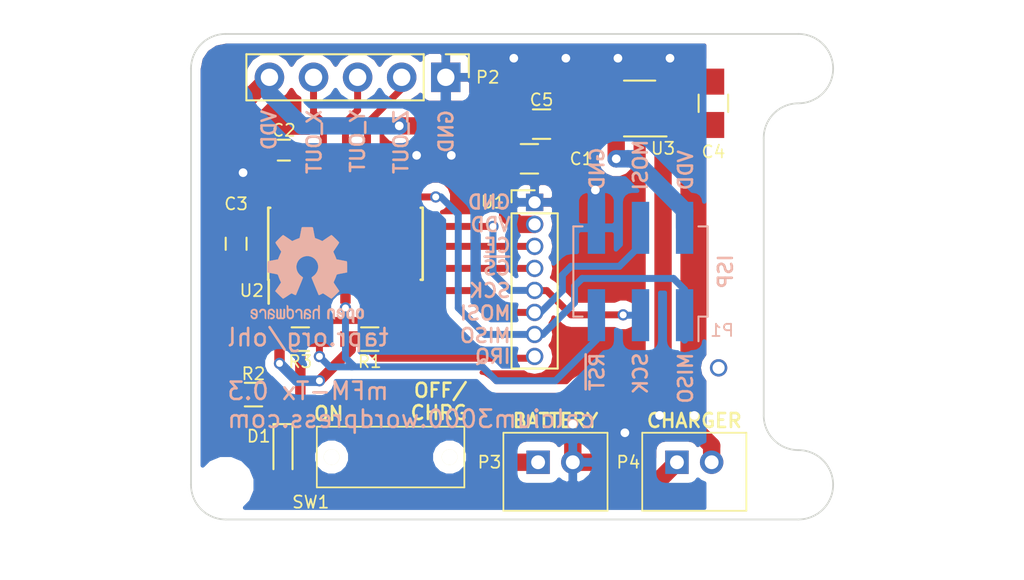
<source format=kicad_pcb>
(kicad_pcb (version 4) (host pcbnew 4.0.4-stable)

  (general
    (links 0)
    (no_connects 0)
    (area 49.949999 49.949999 87.050002 78.050002)
    (thickness 1.6)
    (drawings 38)
    (tracks 210)
    (zones 0)
    (modules 21)
    (nets 20)
  )

  (page A4)
  (title_block
    (title "musicFromMotion Tx")
    (date 2017-10-15)
    (comment 1 calcium3000.wordpress.com)
    (comment 2 "By Calvin A. Cherry >> calvincherry@gmail.com")
    (comment 3 "Released under the TAPR Open Hardware License >> http://tapr.org/ohl")
  )

  (layers
    (0 F.Cu signal)
    (31 B.Cu signal)
    (34 B.Paste user)
    (35 F.Paste user)
    (36 B.SilkS user)
    (37 F.SilkS user)
    (38 B.Mask user)
    (39 F.Mask user)
    (44 Edge.Cuts user)
    (46 B.CrtYd user)
    (47 F.CrtYd user)
    (48 B.Fab user)
    (49 F.Fab user)
  )

  (setup
    (last_trace_width 1)
    (user_trace_width 0.4)
    (user_trace_width 0.6)
    (user_trace_width 1)
    (trace_clearance 0.2)
    (zone_clearance 0.5)
    (zone_45_only yes)
    (trace_min 0.2)
    (segment_width 0.2)
    (edge_width 0.1)
    (via_size 0.65)
    (via_drill 0.4)
    (via_min_size 0.4)
    (via_min_drill 0.3)
    (user_via 1 0.5)
    (uvia_size 0.3)
    (uvia_drill 0.1)
    (uvias_allowed no)
    (uvia_min_size 0.2)
    (uvia_min_drill 0.1)
    (pcb_text_width 0.3)
    (pcb_text_size 1.5 1.5)
    (mod_edge_width 0.15)
    (mod_text_size 1 1)
    (mod_text_width 0.15)
    (pad_size 2.2 2.2)
    (pad_drill 2.2)
    (pad_to_mask_clearance 0.2)
    (aux_axis_origin 0 0)
    (visible_elements FFFEFF7F)
    (pcbplotparams
      (layerselection 0x010f0_80000001)
      (usegerberextensions true)
      (excludeedgelayer true)
      (linewidth 0.100000)
      (plotframeref false)
      (viasonmask false)
      (mode 1)
      (useauxorigin false)
      (hpglpennumber 1)
      (hpglpenspeed 20)
      (hpglpendiameter 15)
      (hpglpenoverlay 2)
      (psnegative false)
      (psa4output false)
      (plotreference true)
      (plotvalue true)
      (plotinvisibletext false)
      (padsonsilk false)
      (subtractmaskfromsilk false)
      (outputformat 1)
      (mirror false)
      (drillshape 0)
      (scaleselection 1)
      (outputdirectory gerbers))
  )

  (net 0 "")
  (net 1 GND)
  (net 2 +VDD)
  (net 3 LDO_VBATT)
  (net 4 ACC_X)
  (net 5 ACC_Y)
  (net 6 ACC_Z)
  (net 7 NRF_CE)
  (net 8 SPI_SCK)
  (net 9 SPI_MOSI)
  (net 10 SPI_MISO)
  (net 11 +BATT)
  (net 12 LED_K)
  (net 13 /LED_A)
  (net 14 CHRG_VBATT)
  (net 15 /TINY_AREF)
  (net 16 TINY_~RST~)
  (net 17 NRF_~CS~)
  (net 18 NRF_~IRQ~)
  (net 19 "Net-(U3-Pad4)")

  (net_class Default "This is the default net class."
    (clearance 0.2)
    (trace_width 0.25)
    (via_dia 0.65)
    (via_drill 0.4)
    (uvia_dia 0.3)
    (uvia_drill 0.1)
    (add_net +BATT)
    (add_net +VDD)
    (add_net /LED_A)
    (add_net /TINY_AREF)
    (add_net ACC_X)
    (add_net ACC_Y)
    (add_net ACC_Z)
    (add_net CHRG_VBATT)
    (add_net GND)
    (add_net LDO_VBATT)
    (add_net LED_K)
    (add_net NRF_CE)
    (add_net NRF_~CS~)
    (add_net NRF_~IRQ~)
    (add_net "Net-(U3-Pad4)")
    (add_net SPI_MISO)
    (add_net SPI_MOSI)
    (add_net SPI_SCK)
    (add_net TINY_~RST~)
  )

  (module TO_SOT_Packages_SMD:SOT-23-5_HandSoldering (layer F.Cu) (tedit 59E3BDF1) (tstamp 59E230CD)
    (at 75.85 54.3 180)
    (descr "5-pin SOT23 package")
    (tags "SOT-23-5 hand-soldering")
    (path /59CEF045)
    (attr smd)
    (fp_text reference U3 (at -1.35 -2.3 180) (layer F.SilkS)
      (effects (font (size 0.7 0.7) (thickness 0.1)))
    )
    (fp_text value MIC5205-3.0 (at 0 2.9 180) (layer F.Fab)
      (effects (font (size 1 1) (thickness 0.15)))
    )
    (fp_text user %R (at 0 0 270) (layer F.Fab) hide
      (effects (font (size 0.5 0.5) (thickness 0.075)))
    )
    (fp_line (start -0.9 1.61) (end 0.9 1.61) (layer F.SilkS) (width 0.12))
    (fp_line (start 0.9 -1.61) (end -1.55 -1.61) (layer F.SilkS) (width 0.12))
    (fp_line (start -0.9 -0.9) (end -0.25 -1.55) (layer F.Fab) (width 0.1))
    (fp_line (start 0.9 -1.55) (end -0.25 -1.55) (layer F.Fab) (width 0.1))
    (fp_line (start -0.9 -0.9) (end -0.9 1.55) (layer F.Fab) (width 0.1))
    (fp_line (start 0.9 1.55) (end -0.9 1.55) (layer F.Fab) (width 0.1))
    (fp_line (start 0.9 -1.55) (end 0.9 1.55) (layer F.Fab) (width 0.1))
    (fp_line (start -2.38 -1.8) (end 2.38 -1.8) (layer F.CrtYd) (width 0.05))
    (fp_line (start -2.38 -1.8) (end -2.38 1.8) (layer F.CrtYd) (width 0.05))
    (fp_line (start 2.38 1.8) (end 2.38 -1.8) (layer F.CrtYd) (width 0.05))
    (fp_line (start 2.38 1.8) (end -2.38 1.8) (layer F.CrtYd) (width 0.05))
    (pad 1 smd rect (at -1.35 -0.95 180) (size 1.56 0.65) (layers F.Cu F.Paste F.Mask)
      (net 3 LDO_VBATT))
    (pad 2 smd rect (at -1.35 0 180) (size 1.56 0.65) (layers F.Cu F.Paste F.Mask)
      (net 1 GND))
    (pad 3 smd rect (at -1.35 0.95 180) (size 1.56 0.65) (layers F.Cu F.Paste F.Mask)
      (net 3 LDO_VBATT))
    (pad 4 smd rect (at 1.35 0.95 180) (size 1.56 0.65) (layers F.Cu F.Paste F.Mask)
      (net 19 "Net-(U3-Pad4)"))
    (pad 5 smd rect (at 1.35 -0.95 180) (size 1.56 0.65) (layers F.Cu F.Paste F.Mask)
      (net 2 +VDD))
    (model ${KISYS3DMOD}/TO_SOT_Packages_SMD.3dshapes\SOT-23-5.wrl
      (at (xyz 0 0 0))
      (scale (xyz 1 1 1))
      (rotate (xyz 0 0 0))
    )
  )

  (module mFM:ADXL335_header (layer F.Cu) (tedit 59E3BD8E) (tstamp 59E23022)
    (at 64.679999 52.5 270)
    (path /59B8B94E)
    (fp_text reference P2 (at 0 -2.420001 360) (layer F.SilkS)
      (effects (font (size 0.7 0.7) (thickness 0.1)))
    )
    (fp_text value Header_1x5 (at 0 13.6 270) (layer F.Fab)
      (effects (font (size 1 1) (thickness 0.15)))
    )
    (fp_line (start -2.5 -2.5) (end -2.5 12.7) (layer F.Fab) (width 0.127))
    (fp_line (start 18.5 -2.5) (end -2.5 -2.5) (layer F.Fab) (width 0.127))
    (fp_line (start 18.5 12.7) (end 18.5 -2.5) (layer F.Fab) (width 0.127))
    (fp_line (start -2.5 12.7) (end 18.5 12.7) (layer F.Fab) (width 0.127))
    (fp_line (start -1.27 -1.27) (end -1.27 11.43) (layer F.Fab) (width 0.1))
    (fp_line (start -1.27 11.43) (end 1.27 11.43) (layer F.Fab) (width 0.1))
    (fp_line (start 1.27 11.43) (end 1.27 -1.27) (layer F.Fab) (width 0.1))
    (fp_line (start 1.27 -1.27) (end -1.27 -1.27) (layer F.Fab) (width 0.1))
    (fp_line (start -1.33 1.27) (end -1.33 11.49) (layer F.SilkS) (width 0.12))
    (fp_line (start -1.33 11.49) (end 1.33 11.49) (layer F.SilkS) (width 0.12))
    (fp_line (start 1.33 11.49) (end 1.33 1.27) (layer F.SilkS) (width 0.12))
    (fp_line (start 1.33 1.27) (end -1.33 1.27) (layer F.SilkS) (width 0.12))
    (fp_line (start -1.33 0) (end -1.33 -1.33) (layer F.SilkS) (width 0.12))
    (fp_line (start -1.33 -1.33) (end 0 -1.33) (layer F.SilkS) (width 0.12))
    (fp_line (start -1.8 -1.8) (end -1.8 11.95) (layer F.CrtYd) (width 0.05))
    (fp_line (start -1.8 11.95) (end 1.8 11.95) (layer F.CrtYd) (width 0.05))
    (fp_line (start 1.8 11.95) (end 1.8 -1.8) (layer F.CrtYd) (width 0.05))
    (fp_line (start 1.8 -1.8) (end -1.8 -1.8) (layer F.CrtYd) (width 0.05))
    (fp_text user %R (at 0 -2.33 270) (layer F.Fab) hide
      (effects (font (size 1 1) (thickness 0.15)))
    )
    (pad 1 thru_hole rect (at 0 0 270) (size 1.7 1.7) (drill 1) (layers *.Cu *.Mask)
      (net 1 GND))
    (pad 2 thru_hole oval (at 0 2.54 270) (size 1.7 1.7) (drill 1) (layers *.Cu *.Mask)
      (net 6 ACC_Z))
    (pad 3 thru_hole oval (at 0 5.08 270) (size 1.7 1.7) (drill 1) (layers *.Cu *.Mask)
      (net 5 ACC_Y))
    (pad 4 thru_hole oval (at 0 7.62 270) (size 1.7 1.7) (drill 1) (layers *.Cu *.Mask)
      (net 4 ACC_X))
    (pad 5 thru_hole oval (at 0 10.16 270) (size 1.7 1.7) (drill 1) (layers *.Cu *.Mask)
      (net 2 +VDD))
    (model ${KISYS3DMOD}/Socket_Strips.3dshapes/Socket_Strip_Straight_1x05_Pitch2.54mm.wrl
      (at (xyz 0 -0.2 0))
      (scale (xyz 1 1 1))
      (rotate (xyz 0 0 270))
    )
  )

  (module Capacitors_SMD:C_0603_HandSoldering (layer F.Cu) (tedit 59BEE8F0) (tstamp 59B8C51A)
    (at 55.35 56.7 180)
    (descr "Capacitor SMD 0603, hand soldering")
    (tags "capacitor 0603")
    (path /59B92B37)
    (attr smd)
    (fp_text reference C2 (at 0 1.143 180) (layer F.SilkS)
      (effects (font (size 0.7 0.7) (thickness 0.1)))
    )
    (fp_text value 0.1uF (at 0 1.5 180) (layer F.Fab) hide
      (effects (font (size 1 1) (thickness 0.15)))
    )
    (fp_text user %R (at 0 -1.25 180) (layer F.Fab) hide
      (effects (font (size 1 1) (thickness 0.15)))
    )
    (fp_line (start -0.8 0.4) (end -0.8 -0.4) (layer F.Fab) (width 0.1))
    (fp_line (start 0.8 0.4) (end -0.8 0.4) (layer F.Fab) (width 0.1))
    (fp_line (start 0.8 -0.4) (end 0.8 0.4) (layer F.Fab) (width 0.1))
    (fp_line (start -0.8 -0.4) (end 0.8 -0.4) (layer F.Fab) (width 0.1))
    (fp_line (start -0.35 -0.6) (end 0.35 -0.6) (layer F.SilkS) (width 0.12))
    (fp_line (start 0.35 0.6) (end -0.35 0.6) (layer F.SilkS) (width 0.12))
    (fp_line (start -1.8 -0.65) (end 1.8 -0.65) (layer F.CrtYd) (width 0.05))
    (fp_line (start -1.8 -0.65) (end -1.8 0.65) (layer F.CrtYd) (width 0.05))
    (fp_line (start 1.8 0.65) (end 1.8 -0.65) (layer F.CrtYd) (width 0.05))
    (fp_line (start 1.8 0.65) (end -1.8 0.65) (layer F.CrtYd) (width 0.05))
    (pad 1 smd rect (at -0.95 0 180) (size 1.2 0.75) (layers F.Cu F.Paste F.Mask)
      (net 15 /TINY_AREF))
    (pad 2 smd rect (at 0.95 0 180) (size 1.2 0.75) (layers F.Cu F.Paste F.Mask)
      (net 1 GND))
    (model Capacitors_SMD.3dshapes/C_0603.wrl
      (at (xyz 0 0 0))
      (scale (xyz 1 1 1))
      (rotate (xyz 0 0 0))
    )
  )

  (module Resistors_SMD:R_0603_HandSoldering (layer F.Cu) (tedit 59BEE969) (tstamp 59B8C67B)
    (at 60.3 67.6)
    (descr "Resistor SMD 0603, hand soldering")
    (tags "resistor 0603")
    (path /59E2F1EB)
    (attr smd)
    (fp_text reference R1 (at 0 1.3) (layer F.SilkS)
      (effects (font (size 0.7 0.7) (thickness 0.1)))
    )
    (fp_text value 10k (at 0 1.55) (layer F.Fab) hide
      (effects (font (size 1 1) (thickness 0.15)))
    )
    (fp_text user %R (at 0 0) (layer F.Fab) hide
      (effects (font (size 0.4 0.4) (thickness 0.075)))
    )
    (fp_line (start -0.8 0.4) (end -0.8 -0.4) (layer F.Fab) (width 0.1))
    (fp_line (start 0.8 0.4) (end -0.8 0.4) (layer F.Fab) (width 0.1))
    (fp_line (start 0.8 -0.4) (end 0.8 0.4) (layer F.Fab) (width 0.1))
    (fp_line (start -0.8 -0.4) (end 0.8 -0.4) (layer F.Fab) (width 0.1))
    (fp_line (start 0.5 0.68) (end -0.5 0.68) (layer F.SilkS) (width 0.12))
    (fp_line (start -0.5 -0.68) (end 0.5 -0.68) (layer F.SilkS) (width 0.12))
    (fp_line (start -1.96 -0.7) (end 1.95 -0.7) (layer F.CrtYd) (width 0.05))
    (fp_line (start -1.96 -0.7) (end -1.96 0.7) (layer F.CrtYd) (width 0.05))
    (fp_line (start 1.95 0.7) (end 1.95 -0.7) (layer F.CrtYd) (width 0.05))
    (fp_line (start 1.95 0.7) (end -1.96 0.7) (layer F.CrtYd) (width 0.05))
    (pad 1 smd rect (at -1.1 0) (size 1.2 0.9) (layers F.Cu F.Paste F.Mask)
      (net 2 +VDD))
    (pad 2 smd rect (at 1.1 0) (size 1.2 0.9) (layers F.Cu F.Paste F.Mask)
      (net 17 NRF_~CS~))
    (model ${KISYS3DMOD}/Resistors_SMD.3dshapes/R_0603.wrl
      (at (xyz 0 0 0))
      (scale (xyz 1 1 1))
      (rotate (xyz 0 0 0))
    )
  )

  (module LEDs:LED_0603_HandSoldering (layer F.Cu) (tedit 59BEE8B7) (tstamp 59BB456D)
    (at 55.3 74.3 270)
    (descr "LED SMD 0603, hand soldering")
    (tags "LED 0603")
    (path /59B8D878)
    (attr smd)
    (fp_text reference D1 (at -1.1 1.4 540) (layer F.SilkS)
      (effects (font (size 0.7 0.7) (thickness 0.1)))
    )
    (fp_text value Blue_LED (at 0 1.55 270) (layer F.Fab) hide
      (effects (font (size 1 1) (thickness 0.15)))
    )
    (fp_line (start -1.8 -0.55) (end -1.8 0.55) (layer F.SilkS) (width 0.12))
    (fp_line (start -0.2 -0.2) (end -0.2 0.2) (layer F.Fab) (width 0.1))
    (fp_line (start -0.15 0) (end 0.15 -0.2) (layer F.Fab) (width 0.1))
    (fp_line (start 0.15 0.2) (end -0.15 0) (layer F.Fab) (width 0.1))
    (fp_line (start 0.15 -0.2) (end 0.15 0.2) (layer F.Fab) (width 0.1))
    (fp_line (start 0.8 0.4) (end -0.8 0.4) (layer F.Fab) (width 0.1))
    (fp_line (start 0.8 -0.4) (end 0.8 0.4) (layer F.Fab) (width 0.1))
    (fp_line (start -0.8 -0.4) (end 0.8 -0.4) (layer F.Fab) (width 0.1))
    (fp_line (start -1.8 0.55) (end 0.8 0.55) (layer F.SilkS) (width 0.12))
    (fp_line (start -1.8 -0.55) (end 0.8 -0.55) (layer F.SilkS) (width 0.12))
    (fp_line (start -1.96 -0.7) (end 1.95 -0.7) (layer F.CrtYd) (width 0.05))
    (fp_line (start -1.96 -0.7) (end -1.96 0.7) (layer F.CrtYd) (width 0.05))
    (fp_line (start 1.95 0.7) (end 1.95 -0.7) (layer F.CrtYd) (width 0.05))
    (fp_line (start 1.95 0.7) (end -1.96 0.7) (layer F.CrtYd) (width 0.05))
    (fp_line (start -0.8 -0.4) (end -0.8 0.4) (layer F.Fab) (width 0.1))
    (pad 1 smd rect (at -1.1 0 270) (size 1.2 0.9) (layers F.Cu F.Paste F.Mask)
      (net 12 LED_K))
    (pad 2 smd rect (at 1.1 0 270) (size 1.2 0.9) (layers F.Cu F.Paste F.Mask)
      (net 13 /LED_A))
    (model ${KISYS3DMOD}/LEDs.3dshapes/LED_0603.wrl
      (at (xyz 0 0 0))
      (scale (xyz 1 1 1))
      (rotate (xyz 0 0 180))
    )
  )

  (module Capacitors_SMD:C_0805_HandSoldering (layer F.Cu) (tedit 59CEF114) (tstamp 59CEEFFE)
    (at 70.2 55.2 180)
    (descr "Capacitor SMD 0805, hand soldering")
    (tags "capacitor 0805")
    (path /59B92266)
    (attr smd)
    (fp_text reference C5 (at 0 1.4 180) (layer F.SilkS)
      (effects (font (size 0.7 0.7) (thickness 0.1)))
    )
    (fp_text value 4.7uF (at 0 1.75 180) (layer F.Fab)
      (effects (font (size 1 1) (thickness 0.15)))
    )
    (fp_text user %R (at 0 -1.75 180) (layer F.Fab) hide
      (effects (font (size 1 1) (thickness 0.15)))
    )
    (fp_line (start -1 0.62) (end -1 -0.62) (layer F.Fab) (width 0.1))
    (fp_line (start 1 0.62) (end -1 0.62) (layer F.Fab) (width 0.1))
    (fp_line (start 1 -0.62) (end 1 0.62) (layer F.Fab) (width 0.1))
    (fp_line (start -1 -0.62) (end 1 -0.62) (layer F.Fab) (width 0.1))
    (fp_line (start 0.5 -0.85) (end -0.5 -0.85) (layer F.SilkS) (width 0.12))
    (fp_line (start -0.5 0.85) (end 0.5 0.85) (layer F.SilkS) (width 0.12))
    (fp_line (start -2.25 -0.88) (end 2.25 -0.88) (layer F.CrtYd) (width 0.05))
    (fp_line (start -2.25 -0.88) (end -2.25 0.87) (layer F.CrtYd) (width 0.05))
    (fp_line (start 2.25 0.87) (end 2.25 -0.88) (layer F.CrtYd) (width 0.05))
    (fp_line (start 2.25 0.87) (end -2.25 0.87) (layer F.CrtYd) (width 0.05))
    (pad 1 smd rect (at -1.25 0 180) (size 1.5 1.25) (layers F.Cu F.Paste F.Mask)
      (net 2 +VDD))
    (pad 2 smd rect (at 1.25 0 180) (size 1.5 1.25) (layers F.Cu F.Paste F.Mask)
      (net 1 GND))
    (model Capacitors_SMD.3dshapes/C_0805.wrl
      (at (xyz 0 0 0))
      (scale (xyz 1 1 1))
      (rotate (xyz 0 0 0))
    )
  )

  (module Capacitors_SMD:C_0805_HandSoldering (layer F.Cu) (tedit 59E3BDE4) (tstamp 59E22FC1)
    (at 69.5 57.2)
    (descr "Capacitor SMD 0805, hand soldering")
    (tags "capacitor 0805")
    (path /59B92624)
    (attr smd)
    (fp_text reference C1 (at 3 0) (layer F.SilkS)
      (effects (font (size 0.7 0.7) (thickness 0.1)))
    )
    (fp_text value 4.7uF (at 0 1.75) (layer F.Fab)
      (effects (font (size 1 1) (thickness 0.15)))
    )
    (fp_text user %R (at 0 -1.75) (layer F.Fab) hide
      (effects (font (size 1 1) (thickness 0.15)))
    )
    (fp_line (start -1 0.62) (end -1 -0.62) (layer F.Fab) (width 0.1))
    (fp_line (start 1 0.62) (end -1 0.62) (layer F.Fab) (width 0.1))
    (fp_line (start 1 -0.62) (end 1 0.62) (layer F.Fab) (width 0.1))
    (fp_line (start -1 -0.62) (end 1 -0.62) (layer F.Fab) (width 0.1))
    (fp_line (start 0.5 -0.85) (end -0.5 -0.85) (layer F.SilkS) (width 0.12))
    (fp_line (start -0.5 0.85) (end 0.5 0.85) (layer F.SilkS) (width 0.12))
    (fp_line (start -2.25 -0.88) (end 2.25 -0.88) (layer F.CrtYd) (width 0.05))
    (fp_line (start -2.25 -0.88) (end -2.25 0.87) (layer F.CrtYd) (width 0.05))
    (fp_line (start 2.25 0.87) (end 2.25 -0.88) (layer F.CrtYd) (width 0.05))
    (fp_line (start 2.25 0.87) (end -2.25 0.87) (layer F.CrtYd) (width 0.05))
    (pad 1 smd rect (at -1.25 0) (size 1.5 1.25) (layers F.Cu F.Paste F.Mask)
      (net 2 +VDD))
    (pad 2 smd rect (at 1.25 0) (size 1.5 1.25) (layers F.Cu F.Paste F.Mask)
      (net 1 GND))
    (model Capacitors_SMD.3dshapes/C_0805.wrl
      (at (xyz 0 0 0))
      (scale (xyz 1 1 1))
      (rotate (xyz 0 0 0))
    )
  )

  (module Capacitors_SMD:C_0603_HandSoldering (layer F.Cu) (tedit 59E3BD97) (tstamp 59E22FD1)
    (at 52.6 62.1 90)
    (descr "Capacitor SMD 0603, hand soldering")
    (tags "capacitor 0603")
    (path /59B925BD)
    (attr smd)
    (fp_text reference C3 (at 2.3 0 180) (layer F.SilkS)
      (effects (font (size 0.7 0.7) (thickness 0.1)))
    )
    (fp_text value 0.1uF (at 0 1.5 90) (layer F.Fab)
      (effects (font (size 1 1) (thickness 0.15)))
    )
    (fp_text user %R (at 0 -1.25 90) (layer F.Fab) hide
      (effects (font (size 1 1) (thickness 0.15)))
    )
    (fp_line (start -0.8 0.4) (end -0.8 -0.4) (layer F.Fab) (width 0.1))
    (fp_line (start 0.8 0.4) (end -0.8 0.4) (layer F.Fab) (width 0.1))
    (fp_line (start 0.8 -0.4) (end 0.8 0.4) (layer F.Fab) (width 0.1))
    (fp_line (start -0.8 -0.4) (end 0.8 -0.4) (layer F.Fab) (width 0.1))
    (fp_line (start -0.35 -0.6) (end 0.35 -0.6) (layer F.SilkS) (width 0.12))
    (fp_line (start 0.35 0.6) (end -0.35 0.6) (layer F.SilkS) (width 0.12))
    (fp_line (start -1.8 -0.65) (end 1.8 -0.65) (layer F.CrtYd) (width 0.05))
    (fp_line (start -1.8 -0.65) (end -1.8 0.65) (layer F.CrtYd) (width 0.05))
    (fp_line (start 1.8 0.65) (end 1.8 -0.65) (layer F.CrtYd) (width 0.05))
    (fp_line (start 1.8 0.65) (end -1.8 0.65) (layer F.CrtYd) (width 0.05))
    (pad 1 smd rect (at -0.95 0 90) (size 1.2 0.75) (layers F.Cu F.Paste F.Mask)
      (net 2 +VDD))
    (pad 2 smd rect (at 0.95 0 90) (size 1.2 0.75) (layers F.Cu F.Paste F.Mask)
      (net 1 GND))
    (model Capacitors_SMD.3dshapes/C_0603.wrl
      (at (xyz 0 0 0))
      (scale (xyz 1 1 1))
      (rotate (xyz 0 0 0))
    )
  )

  (module Capacitors_SMD:C_0805_HandSoldering (layer F.Cu) (tedit 59E3BDF3) (tstamp 59E22FE1)
    (at 80.1 54 90)
    (descr "Capacitor SMD 0805, hand soldering")
    (tags "capacitor 0805")
    (path /59B91510)
    (attr smd)
    (fp_text reference C4 (at -2.8 0 180) (layer F.SilkS)
      (effects (font (size 0.7 0.7) (thickness 0.1)))
    )
    (fp_text value 4.7uF (at 0 1.75 90) (layer F.Fab)
      (effects (font (size 1 1) (thickness 0.15)))
    )
    (fp_text user %R (at 0 -1.75 90) (layer F.Fab) hide
      (effects (font (size 1 1) (thickness 0.15)))
    )
    (fp_line (start -1 0.62) (end -1 -0.62) (layer F.Fab) (width 0.1))
    (fp_line (start 1 0.62) (end -1 0.62) (layer F.Fab) (width 0.1))
    (fp_line (start 1 -0.62) (end 1 0.62) (layer F.Fab) (width 0.1))
    (fp_line (start -1 -0.62) (end 1 -0.62) (layer F.Fab) (width 0.1))
    (fp_line (start 0.5 -0.85) (end -0.5 -0.85) (layer F.SilkS) (width 0.12))
    (fp_line (start -0.5 0.85) (end 0.5 0.85) (layer F.SilkS) (width 0.12))
    (fp_line (start -2.25 -0.88) (end 2.25 -0.88) (layer F.CrtYd) (width 0.05))
    (fp_line (start -2.25 -0.88) (end -2.25 0.87) (layer F.CrtYd) (width 0.05))
    (fp_line (start 2.25 0.87) (end 2.25 -0.88) (layer F.CrtYd) (width 0.05))
    (fp_line (start 2.25 0.87) (end -2.25 0.87) (layer F.CrtYd) (width 0.05))
    (pad 1 smd rect (at -1.25 0 90) (size 1.5 1.25) (layers F.Cu F.Paste F.Mask)
      (net 3 LDO_VBATT))
    (pad 2 smd rect (at 1.25 0 90) (size 1.5 1.25) (layers F.Cu F.Paste F.Mask)
      (net 1 GND))
    (model Capacitors_SMD.3dshapes/C_0805.wrl
      (at (xyz 0 0 0))
      (scale (xyz 1 1 1))
      (rotate (xyz 0 0 0))
    )
  )

  (module mFM:Socket_Strip_Straight_2x03_Pitch2.54mm_SMD (layer B.Cu) (tedit 59E3BE38) (tstamp 59E22FF1)
    (at 75.9 63.7 90)
    (path /59BD9971)
    (attr smd)
    (fp_text reference P1 (at -3.4 4.7 180) (layer B.SilkS)
      (effects (font (size 0.7 0.7) (thickness 0.1)) (justify mirror))
    )
    (fp_text value Header_2x3 (at 0 -4.87 90) (layer B.Fab)
      (effects (font (size 1 1) (thickness 0.15)) (justify mirror))
    )
    (fp_line (start -2.54 3.81) (end -2.54 -3.81) (layer B.Fab) (width 0.1))
    (fp_line (start -2.54 -3.81) (end 2.54 -3.81) (layer B.Fab) (width 0.1))
    (fp_line (start 2.54 -3.81) (end 2.54 3.81) (layer B.Fab) (width 0.1))
    (fp_line (start 2.54 3.81) (end -2.54 3.81) (layer B.Fab) (width 0.1))
    (fp_line (start -2.54 2.86) (end -2.54 2.22) (layer B.Fab) (width 0.1))
    (fp_line (start -2.54 2.22) (end -3.92 2.22) (layer B.Fab) (width 0.1))
    (fp_line (start -3.92 2.22) (end -3.92 2.86) (layer B.Fab) (width 0.1))
    (fp_line (start -3.92 2.86) (end -2.54 2.86) (layer B.Fab) (width 0.1))
    (fp_line (start 2.54 2.86) (end 2.54 2.22) (layer B.Fab) (width 0.1))
    (fp_line (start 2.54 2.22) (end 3.92 2.22) (layer B.Fab) (width 0.1))
    (fp_line (start 3.92 2.22) (end 3.92 2.86) (layer B.Fab) (width 0.1))
    (fp_line (start 3.92 2.86) (end 2.54 2.86) (layer B.Fab) (width 0.1))
    (fp_line (start -2.54 0.32) (end -2.54 -0.32) (layer B.Fab) (width 0.1))
    (fp_line (start -2.54 -0.32) (end -3.92 -0.32) (layer B.Fab) (width 0.1))
    (fp_line (start -3.92 -0.32) (end -3.92 0.32) (layer B.Fab) (width 0.1))
    (fp_line (start -3.92 0.32) (end -2.54 0.32) (layer B.Fab) (width 0.1))
    (fp_line (start 2.54 0.32) (end 2.54 -0.32) (layer B.Fab) (width 0.1))
    (fp_line (start 2.54 -0.32) (end 3.92 -0.32) (layer B.Fab) (width 0.1))
    (fp_line (start 3.92 -0.32) (end 3.92 0.32) (layer B.Fab) (width 0.1))
    (fp_line (start 3.92 0.32) (end 2.54 0.32) (layer B.Fab) (width 0.1))
    (fp_line (start -2.54 -2.22) (end -2.54 -2.86) (layer B.Fab) (width 0.1))
    (fp_line (start -2.54 -2.86) (end -3.92 -2.86) (layer B.Fab) (width 0.1))
    (fp_line (start -3.92 -2.86) (end -3.92 -2.22) (layer B.Fab) (width 0.1))
    (fp_line (start -3.92 -2.22) (end -2.54 -2.22) (layer B.Fab) (width 0.1))
    (fp_line (start 2.54 -2.22) (end 2.54 -2.86) (layer B.Fab) (width 0.1))
    (fp_line (start 2.54 -2.86) (end 3.92 -2.86) (layer B.Fab) (width 0.1))
    (fp_line (start 3.92 -2.86) (end 3.92 -2.22) (layer B.Fab) (width 0.1))
    (fp_line (start 3.92 -2.22) (end 2.54 -2.22) (layer B.Fab) (width 0.1))
    (fp_line (start -2.6 3.34) (end -2.6 3.87) (layer B.SilkS) (width 0.12))
    (fp_line (start -2.6 3.87) (end 2.6 3.87) (layer B.SilkS) (width 0.12))
    (fp_line (start 2.6 3.87) (end 2.6 3.34) (layer B.SilkS) (width 0.12))
    (fp_line (start -2.6 -3.34) (end -2.6 -3.87) (layer B.SilkS) (width 0.12))
    (fp_line (start -2.6 -3.87) (end 2.6 -3.87) (layer B.SilkS) (width 0.12))
    (fp_line (start 2.6 -3.87) (end 2.6 -3.34) (layer B.SilkS) (width 0.12))
    (fp_line (start -4.02 3.34) (end -2.6 3.34) (layer B.SilkS) (width 0.12))
    (fp_line (start -4.55 4.35) (end -4.55 -4.35) (layer B.CrtYd) (width 0.05))
    (fp_line (start -4.55 -4.35) (end 4.55 -4.35) (layer B.CrtYd) (width 0.05))
    (fp_line (start 4.55 -4.35) (end 4.55 4.35) (layer B.CrtYd) (width 0.05))
    (fp_line (start 4.55 4.35) (end -4.55 4.35) (layer B.CrtYd) (width 0.05))
    (fp_text user %R (at 0 4.87 90) (layer B.Fab) hide
      (effects (font (size 1 1) (thickness 0.15)) (justify mirror))
    )
    (pad 2 smd rect (at 2.52 2.54 90) (size 3 1) (layers B.Cu B.Paste B.Mask)
      (net 2 +VDD))
    (pad 1 smd rect (at -2.52 2.54 90) (size 3 1) (layers B.Cu B.Paste B.Mask)
      (net 10 SPI_MISO))
    (pad 4 smd rect (at 2.52 0 90) (size 3 1) (layers B.Cu B.Paste B.Mask)
      (net 9 SPI_MOSI))
    (pad 3 smd rect (at -2.52 0 90) (size 3 1) (layers B.Cu B.Paste B.Mask)
      (net 8 SPI_SCK))
    (pad 6 smd rect (at 2.52 -2.54 90) (size 3 1) (layers B.Cu B.Paste B.Mask)
      (net 1 GND))
    (pad 5 smd rect (at -2.52 -2.54 90) (size 3 1) (layers B.Cu B.Paste B.Mask)
      (net 16 TINY_~RST~))
    (model ${KISYS3DMOD}/Socket_Strips.3dshapes/Socket_Strip_Straight_2x03_Pitch2.54mm_SMD.wrl
      (at (xyz 0 0 0))
      (scale (xyz 1 1 1))
      (rotate (xyz 0 0 0))
    )
  )

  (module mFM:CL-SB-12B-11T (layer F.Cu) (tedit 59E3B300) (tstamp 59E23065)
    (at 61.5 74.4)
    (path /59B9004C)
    (fp_text reference SW1 (at -4.6 2.6) (layer F.SilkS)
      (effects (font (size 0.7 0.7) (thickness 0.1)))
    )
    (fp_text value SPDT (at 0 6.25) (layer F.Fab)
      (effects (font (size 1 1) (thickness 0.15)))
    )
    (fp_line (start 4.5 2) (end 3.35 2) (layer F.CrtYd) (width 0.05))
    (fp_line (start 3.35 2) (end 3.35 3.15) (layer F.CrtYd) (width 0.05))
    (fp_line (start -3.35 3.15) (end -3.35 2) (layer F.CrtYd) (width 0.05))
    (fp_line (start -3.35 2) (end -4.5 2) (layer F.CrtYd) (width 0.05))
    (fp_line (start 0.85 -3.15) (end 0.85 -2) (layer F.CrtYd) (width 0.05))
    (fp_line (start 0.85 -2) (end 4.5 -2) (layer F.CrtYd) (width 0.05))
    (fp_line (start -0.85 -3.15) (end -0.85 -2) (layer F.CrtYd) (width 0.05))
    (fp_line (start -0.85 -2) (end -4.5 -2) (layer F.CrtYd) (width 0.05))
    (fp_line (start 1.75 3.15) (end 3.35 3.15) (layer F.CrtYd) (width 0.05))
    (fp_line (start -1.75 3.15) (end -1.75 4.55) (layer F.CrtYd) (width 0.05))
    (fp_line (start -1.75 4.55) (end 1.75 4.55) (layer F.CrtYd) (width 0.05))
    (fp_line (start 1.75 4.55) (end 1.75 3.15) (layer F.CrtYd) (width 0.05))
    (fp_line (start -3.35 3.15) (end -1.75 3.15) (layer F.CrtYd) (width 0.05))
    (fp_line (start 4.5 2) (end 4.5 -2) (layer F.CrtYd) (width 0.05))
    (fp_line (start 0.85 -3.15) (end -0.85 -3.15) (layer F.CrtYd) (width 0.05))
    (fp_line (start -4.5 -2) (end -4.5 2) (layer F.CrtYd) (width 0.05))
    (fp_line (start -4.25 -1.75) (end -4.25 1.75) (layer F.SilkS) (width 0.1))
    (fp_line (start 4.25 -1.75) (end 4.25 1.75) (layer F.SilkS) (width 0.1))
    (fp_line (start -4.25 1.75) (end 4.25 1.75) (layer F.SilkS) (width 0.1))
    (fp_line (start -4.25 -1.75) (end 4.25 -1.75) (layer F.SilkS) (width 0.1))
    (pad 1 smd rect (at -2.5 2.2) (size 1.2 1.4) (layers F.Cu F.Paste F.Mask)
      (net 3 LDO_VBATT))
    (pad 3 smd rect (at 2.5 2.2) (size 1.2 1.4) (layers F.Cu F.Paste F.Mask)
      (net 14 CHRG_VBATT))
    (pad 2 smd rect (at 0 -2.2) (size 1.2 1.4) (layers F.Cu F.Paste F.Mask)
      (net 11 +BATT))
    (pad "" np_thru_hole circle (at -3.4 0) (size 0.9 0.9) (drill 0.9) (layers *.Cu *.Mask F.SilkS))
    (pad "" np_thru_hole circle (at 3.4 0) (size 0.9 0.9) (drill 0.9) (layers *.Cu *.Mask F.SilkS))
  )

  (module Housings_SOIC:SOIC-14_3.9x8.7mm_Pitch1.27mm (layer F.Cu) (tedit 59E3BD92) (tstamp 59E23097)
    (at 58.9 62.1 90)
    (descr "14-Lead Plastic Small Outline (SL) - Narrow, 3.90 mm Body [SOIC] (see Microchip Packaging Specification 00000049BS.pdf)")
    (tags "SOIC 1.27")
    (path /59E22A74)
    (attr smd)
    (fp_text reference U2 (at -2.7 -5.4 180) (layer F.SilkS)
      (effects (font (size 0.7 0.7) (thickness 0.1)))
    )
    (fp_text value ATtiny441-SSU (at 0 5.375 90) (layer F.Fab)
      (effects (font (size 1 1) (thickness 0.15)))
    )
    (fp_text user %R (at 0 0 90) (layer F.Fab) hide
      (effects (font (size 0.9 0.9) (thickness 0.135)))
    )
    (fp_line (start -0.95 -4.35) (end 1.95 -4.35) (layer F.Fab) (width 0.15))
    (fp_line (start 1.95 -4.35) (end 1.95 4.35) (layer F.Fab) (width 0.15))
    (fp_line (start 1.95 4.35) (end -1.95 4.35) (layer F.Fab) (width 0.15))
    (fp_line (start -1.95 4.35) (end -1.95 -3.35) (layer F.Fab) (width 0.15))
    (fp_line (start -1.95 -3.35) (end -0.95 -4.35) (layer F.Fab) (width 0.15))
    (fp_line (start -3.7 -4.65) (end -3.7 4.65) (layer F.CrtYd) (width 0.05))
    (fp_line (start 3.7 -4.65) (end 3.7 4.65) (layer F.CrtYd) (width 0.05))
    (fp_line (start -3.7 -4.65) (end 3.7 -4.65) (layer F.CrtYd) (width 0.05))
    (fp_line (start -3.7 4.65) (end 3.7 4.65) (layer F.CrtYd) (width 0.05))
    (fp_line (start -2.075 -4.45) (end -2.075 -4.425) (layer F.SilkS) (width 0.15))
    (fp_line (start 2.075 -4.45) (end 2.075 -4.335) (layer F.SilkS) (width 0.15))
    (fp_line (start 2.075 4.45) (end 2.075 4.335) (layer F.SilkS) (width 0.15))
    (fp_line (start -2.075 4.45) (end -2.075 4.335) (layer F.SilkS) (width 0.15))
    (fp_line (start -2.075 -4.45) (end 2.075 -4.45) (layer F.SilkS) (width 0.15))
    (fp_line (start -2.075 4.45) (end 2.075 4.45) (layer F.SilkS) (width 0.15))
    (fp_line (start -2.075 -4.425) (end -3.45 -4.425) (layer F.SilkS) (width 0.15))
    (pad 1 smd rect (at -2.7 -3.81 90) (size 1.5 0.6) (layers F.Cu F.Paste F.Mask)
      (net 2 +VDD))
    (pad 2 smd rect (at -2.7 -2.54 90) (size 1.5 0.6) (layers F.Cu F.Paste F.Mask)
      (net 12 LED_K))
    (pad 3 smd rect (at -2.7 -1.27 90) (size 1.5 0.6) (layers F.Cu F.Paste F.Mask)
      (net 18 NRF_~IRQ~))
    (pad 4 smd rect (at -2.7 0 90) (size 1.5 0.6) (layers F.Cu F.Paste F.Mask)
      (net 16 TINY_~RST~))
    (pad 5 smd rect (at -2.7 1.27 90) (size 1.5 0.6) (layers F.Cu F.Paste F.Mask)
      (net 7 NRF_CE))
    (pad 6 smd rect (at -2.7 2.54 90) (size 1.5 0.6) (layers F.Cu F.Paste F.Mask)
      (net 17 NRF_~CS~))
    (pad 7 smd rect (at -2.7 3.81 90) (size 1.5 0.6) (layers F.Cu F.Paste F.Mask)
      (net 9 SPI_MOSI))
    (pad 8 smd rect (at 2.7 3.81 90) (size 1.5 0.6) (layers F.Cu F.Paste F.Mask)
      (net 10 SPI_MISO))
    (pad 9 smd rect (at 2.7 2.54 90) (size 1.5 0.6) (layers F.Cu F.Paste F.Mask)
      (net 8 SPI_SCK))
    (pad 10 smd rect (at 2.7 1.27 90) (size 1.5 0.6) (layers F.Cu F.Paste F.Mask)
      (net 6 ACC_Z))
    (pad 11 smd rect (at 2.7 0 90) (size 1.5 0.6) (layers F.Cu F.Paste F.Mask)
      (net 5 ACC_Y))
    (pad 12 smd rect (at 2.7 -1.27 90) (size 1.5 0.6) (layers F.Cu F.Paste F.Mask)
      (net 4 ACC_X))
    (pad 13 smd rect (at 2.7 -2.54 90) (size 1.5 0.6) (layers F.Cu F.Paste F.Mask)
      (net 15 /TINY_AREF))
    (pad 14 smd rect (at 2.7 -3.81 90) (size 1.5 0.6) (layers F.Cu F.Paste F.Mask)
      (net 1 GND))
    (model ${KISYS3DMOD}/Housings_SOIC.3dshapes/SOIC-14_3.9x8.7mm_Pitch1.27mm.wrl
      (at (xyz 0 0 0))
      (scale (xyz 1 1 1))
      (rotate (xyz 0 0 0))
    )
  )

  (module Mounting_Holes:MountingHole_2.2mm_M2_ISO7380 (layer F.Cu) (tedit 59E3BDA0) (tstamp 59E29337)
    (at 85 76)
    (descr "Mounting Hole 2.2mm, no annular, M2, ISO7380")
    (tags "mounting hole 2.2mm no annular m2 iso7380")
    (attr virtual)
    (fp_text reference MH2 (at 5.1 -0.1) (layer F.SilkS) hide
      (effects (font (size 1 1) (thickness 0.15)))
    )
    (fp_text value MountingHole_2.2mm_M2_ISO7380 (at 0 2.75) (layer F.Fab)
      (effects (font (size 1 1) (thickness 0.15)))
    )
    (fp_text user %R (at 0.3 0) (layer F.Fab) hide
      (effects (font (size 1 1) (thickness 0.15)))
    )
    (fp_circle (center 0 0) (end 1.75 0) (layer Cmts.User) (width 0.15))
    (fp_circle (center 0 0) (end 2 0) (layer F.CrtYd) (width 0.05))
    (pad 1 np_thru_hole circle (at 0 0) (size 2.2 2.2) (drill 2.2) (layers *.Cu *.Mask))
  )

  (module Mounting_Holes:MountingHole_2.2mm_M2_ISO7380 (layer F.Cu) (tedit 59E3BD9E) (tstamp 59E29338)
    (at 85 52)
    (descr "Mounting Hole 2.2mm, no annular, M2, ISO7380")
    (tags "mounting hole 2.2mm no annular m2 iso7380")
    (attr virtual)
    (fp_text reference MH1 (at 4.8 0) (layer F.SilkS) hide
      (effects (font (size 1 1) (thickness 0.15)))
    )
    (fp_text value MountingHole_2.2mm_M2_ISO7380 (at 0 2.75) (layer F.Fab)
      (effects (font (size 1 1) (thickness 0.15)))
    )
    (fp_text user %R (at 0.3 0) (layer F.Fab) hide
      (effects (font (size 1 1) (thickness 0.15)))
    )
    (fp_circle (center 0 0) (end 1.75 0) (layer Cmts.User) (width 0.15))
    (fp_circle (center 0 0) (end 2 0) (layer F.CrtYd) (width 0.05))
    (pad 1 np_thru_hole circle (at 0 0) (size 2.2 2.2) (drill 2.2) (layers *.Cu *.Mask))
  )

  (module Mounting_Holes:MountingHole_2.2mm_M2_ISO7380 (layer F.Cu) (tedit 59E3BDBC) (tstamp 59E29339)
    (at 52 76)
    (descr "Mounting Hole 2.2mm, no annular, M2, ISO7380")
    (tags "mounting hole 2.2mm no annular m2 iso7380")
    (attr virtual)
    (fp_text reference MH0 (at -4.7 0.2) (layer F.SilkS) hide
      (effects (font (size 1 1) (thickness 0.15)))
    )
    (fp_text value MountingHole_2.2mm_M2_ISO7380 (at 0 2.75) (layer F.Fab)
      (effects (font (size 1 1) (thickness 0.15)))
    )
    (fp_text user %R (at 0.3 0) (layer F.Fab) hide
      (effects (font (size 1 1) (thickness 0.15)))
    )
    (fp_circle (center 0 0) (end 1.75 0) (layer Cmts.User) (width 0.15))
    (fp_circle (center 0 0) (end 2 0) (layer F.CrtYd) (width 0.05))
    (pad 1 np_thru_hole circle (at 0 0) (size 2.2 2.2) (drill 2.2) (layers *.Cu *.Mask))
  )

  (module mFM:nRF24L01p_mini_header (layer F.Cu) (tedit 59E2E906) (tstamp 59E29736)
    (at 69.8 59.71)
    (path /59E24432)
    (fp_text reference U1 (at -2.4 -0.01) (layer F.SilkS)
      (effects (font (size 0.7 0.7) (thickness 0.1)))
    )
    (fp_text value nRF24L01+_module (at 0 11.3) (layer F.Fab)
      (effects (font (size 1 1) (thickness 0.15)))
    )
    (fp_line (start -0.9 10.4) (end 17.1 10.4) (layer F.Fab) (width 0.127))
    (fp_line (start -0.9 10.4) (end -0.9 -1.6) (layer F.Fab) (width 0.127))
    (fp_line (start 17.1 -1.6) (end 17.1 10.4) (layer F.Fab) (width 0.127))
    (fp_line (start -0.9 -1.6) (end 17.1 -1.6) (layer F.Fab) (width 0.127))
    (fp_line (start -1.27 -0.635) (end -1.27 9.525) (layer F.Fab) (width 0.1))
    (fp_line (start -1.27 9.525) (end 1.27 9.525) (layer F.Fab) (width 0.1))
    (fp_line (start 1.27 9.525) (end 1.27 -0.635) (layer F.Fab) (width 0.1))
    (fp_line (start 1.27 -0.635) (end -1.27 -0.635) (layer F.Fab) (width 0.1))
    (fp_line (start -1.33 0.635) (end -1.33 9.585) (layer F.SilkS) (width 0.12))
    (fp_line (start -1.33 9.585) (end 1.33 9.585) (layer F.SilkS) (width 0.12))
    (fp_line (start 1.33 9.585) (end 1.33 0.635) (layer F.SilkS) (width 0.12))
    (fp_line (start 1.33 0.635) (end -1.33 0.635) (layer F.SilkS) (width 0.12))
    (fp_line (start -1.33 0) (end -1.33 -0.695) (layer F.SilkS) (width 0.12))
    (fp_line (start -1.33 -0.695) (end 0 -0.695) (layer F.SilkS) (width 0.12))
    (fp_line (start -1.8 -1.15) (end -1.8 10.05) (layer F.CrtYd) (width 0.05))
    (fp_line (start -1.8 10.05) (end 1.8 10.05) (layer F.CrtYd) (width 0.05))
    (fp_line (start 1.8 10.05) (end 1.8 -1.15) (layer F.CrtYd) (width 0.05))
    (fp_line (start 1.8 -1.15) (end -1.8 -1.15) (layer F.CrtYd) (width 0.05))
    (pad 1 thru_hole rect (at 0 0) (size 1 1) (drill 0.7) (layers *.Cu *.Mask)
      (net 1 GND))
    (pad 2 thru_hole oval (at 0 1.27) (size 1 1) (drill 0.7) (layers *.Cu *.Mask)
      (net 2 +VDD))
    (pad 3 thru_hole oval (at 0 2.54) (size 1 1) (drill 0.7) (layers *.Cu *.Mask)
      (net 7 NRF_CE))
    (pad 4 thru_hole oval (at 0 3.81) (size 1 1) (drill 0.7) (layers *.Cu *.Mask)
      (net 17 NRF_~CS~))
    (pad 5 thru_hole oval (at 0 5.08) (size 1 1) (drill 0.7) (layers *.Cu *.Mask)
      (net 8 SPI_SCK))
    (pad 6 thru_hole oval (at 0 6.35) (size 1 1) (drill 0.7) (layers *.Cu *.Mask)
      (net 9 SPI_MOSI))
    (pad 7 thru_hole oval (at 0 7.62) (size 1 1) (drill 0.7) (layers *.Cu *.Mask)
      (net 10 SPI_MISO))
    (pad 8 thru_hole oval (at 0 8.89) (size 1 1) (drill 0.7) (layers *.Cu *.Mask)
      (net 18 NRF_~IRQ~))
    (pad 9 thru_hole oval (at 10.6 9.545) (size 1 1) (drill 0.7) (layers *.Cu *.Mask))
    (model ${KISYS3DMOD}/Socket_Strips.3dshapes/Socket_Strip_Straight_1x08_Pitch1.27mm.wrl
      (at (xyz 0 0 0))
      (scale (xyz 1 1 1))
      (rotate (xyz 0 0 0))
    )
  )

  (module Resistors_SMD:R_0603_HandSoldering (layer F.Cu) (tedit 59E3BDBE) (tstamp 59E2ED7B)
    (at 53.6 70.8)
    (descr "Resistor SMD 0603, hand soldering")
    (tags "resistor 0603")
    (path /59B8D6BC)
    (attr smd)
    (fp_text reference R2 (at 0 -1.2) (layer F.SilkS)
      (effects (font (size 0.7 0.7) (thickness 0.1)))
    )
    (fp_text value 1k (at 0 1.55) (layer F.Fab)
      (effects (font (size 1 1) (thickness 0.15)))
    )
    (fp_text user %R (at 0 0) (layer F.Fab) hide
      (effects (font (size 0.4 0.4) (thickness 0.075)))
    )
    (fp_line (start -0.8 0.4) (end -0.8 -0.4) (layer F.Fab) (width 0.1))
    (fp_line (start 0.8 0.4) (end -0.8 0.4) (layer F.Fab) (width 0.1))
    (fp_line (start 0.8 -0.4) (end 0.8 0.4) (layer F.Fab) (width 0.1))
    (fp_line (start -0.8 -0.4) (end 0.8 -0.4) (layer F.Fab) (width 0.1))
    (fp_line (start 0.5 0.68) (end -0.5 0.68) (layer F.SilkS) (width 0.12))
    (fp_line (start -0.5 -0.68) (end 0.5 -0.68) (layer F.SilkS) (width 0.12))
    (fp_line (start -1.96 -0.7) (end 1.95 -0.7) (layer F.CrtYd) (width 0.05))
    (fp_line (start -1.96 -0.7) (end -1.96 0.7) (layer F.CrtYd) (width 0.05))
    (fp_line (start 1.95 0.7) (end 1.95 -0.7) (layer F.CrtYd) (width 0.05))
    (fp_line (start 1.95 0.7) (end -1.96 0.7) (layer F.CrtYd) (width 0.05))
    (pad 1 smd rect (at -1.1 0) (size 1.2 0.9) (layers F.Cu F.Paste F.Mask)
      (net 2 +VDD))
    (pad 2 smd rect (at 1.1 0) (size 1.2 0.9) (layers F.Cu F.Paste F.Mask)
      (net 13 /LED_A))
    (model ${KISYS3DMOD}/Resistors_SMD.3dshapes/R_0603.wrl
      (at (xyz 0 0 0))
      (scale (xyz 1 1 1))
      (rotate (xyz 0 0 0))
    )
  )

  (module Resistors_SMD:R_0603_HandSoldering (layer F.Cu) (tedit 59E2ED27) (tstamp 59E2ED8C)
    (at 56.3 67.6)
    (descr "Resistor SMD 0603, hand soldering")
    (tags "resistor 0603")
    (path /59E2ECD5)
    (attr smd)
    (fp_text reference R3 (at 0 1.3) (layer F.SilkS)
      (effects (font (size 0.7 0.7) (thickness 0.1)))
    )
    (fp_text value 10k (at 0 1.55) (layer F.Fab)
      (effects (font (size 1 1) (thickness 0.15)))
    )
    (fp_text user %R (at 0 0) (layer F.Fab)
      (effects (font (size 0.4 0.4) (thickness 0.075)))
    )
    (fp_line (start -0.8 0.4) (end -0.8 -0.4) (layer F.Fab) (width 0.1))
    (fp_line (start 0.8 0.4) (end -0.8 0.4) (layer F.Fab) (width 0.1))
    (fp_line (start 0.8 -0.4) (end 0.8 0.4) (layer F.Fab) (width 0.1))
    (fp_line (start -0.8 -0.4) (end 0.8 -0.4) (layer F.Fab) (width 0.1))
    (fp_line (start 0.5 0.68) (end -0.5 0.68) (layer F.SilkS) (width 0.12))
    (fp_line (start -0.5 -0.68) (end 0.5 -0.68) (layer F.SilkS) (width 0.12))
    (fp_line (start -1.96 -0.7) (end 1.95 -0.7) (layer F.CrtYd) (width 0.05))
    (fp_line (start -1.96 -0.7) (end -1.96 0.7) (layer F.CrtYd) (width 0.05))
    (fp_line (start 1.95 0.7) (end 1.95 -0.7) (layer F.CrtYd) (width 0.05))
    (fp_line (start 1.95 0.7) (end -1.96 0.7) (layer F.CrtYd) (width 0.05))
    (pad 1 smd rect (at -1.1 0) (size 1.2 0.9) (layers F.Cu F.Paste F.Mask)
      (net 2 +VDD))
    (pad 2 smd rect (at 1.1 0) (size 1.2 0.9) (layers F.Cu F.Paste F.Mask)
      (net 16 TINY_~RST~))
    (model ${KISYS3DMOD}/Resistors_SMD.3dshapes/R_0603.wrl
      (at (xyz 0 0 0))
      (scale (xyz 1 1 1))
      (rotate (xyz 0 0 0))
    )
  )

  (module mFM:B2B-PH-K-S (layer F.Cu) (tedit 59E3B293) (tstamp 59E2303D)
    (at 70 74.7 90)
    (path /59B8C979)
    (fp_text reference P3 (at 0 -2.8 180) (layer F.SilkS)
      (effects (font (size 0.7 0.7) (thickness 0.1)))
    )
    (fp_text value Header_1x2 (at 0 4.06 90) (layer F.Fab) hide
      (effects (font (size 1 1) (thickness 0.15)))
    )
    (fp_line (start -1 -1) (end -1 3) (layer F.Fab) (width 0.1))
    (fp_line (start -1 3) (end 1 3) (layer F.Fab) (width 0.1))
    (fp_line (start 1 3) (end 1 -1) (layer F.Fab) (width 0.1))
    (fp_line (start 1 -1) (end -1 -1) (layer F.Fab) (width 0.1))
    (fp_line (start -2.8 -2) (end -2.8 4) (layer F.SilkS) (width 0.1))
    (fp_line (start -2.8 4) (end 1.7 4) (layer F.SilkS) (width 0.1))
    (fp_line (start 1.7 4) (end 1.7 -2) (layer F.SilkS) (width 0.1))
    (fp_line (start 1.7 -2) (end -2.8 -2) (layer F.SilkS) (width 0.1))
    (pad 1 thru_hole rect (at 0 0 90) (size 1.35 1.35) (drill 0.8) (layers *.Cu *.Mask)
      (net 11 +BATT))
    (pad 2 thru_hole oval (at 0 2 90) (size 1.35 1.35) (drill 0.8) (layers *.Cu *.Mask)
      (net 1 GND))
    (model ${KISYS3DMOD}/Socket_Strips.3dshapes/Socket_Strip_Straight_1x02_Pitch2.00mm.wrl
      (at (xyz 0 0 0))
      (scale (xyz 1 1 1))
      (rotate (xyz 0 0 0))
    )
  )

  (module mFM:B2B-PH-K-S (layer F.Cu) (tedit 59E3B28D) (tstamp 59E23051)
    (at 78 74.7 90)
    (path /59BB53CE)
    (fp_text reference P4 (at 0 -2.8 180) (layer F.SilkS)
      (effects (font (size 0.7 0.7) (thickness 0.1)))
    )
    (fp_text value Header_1x2 (at 0 4.06 90) (layer F.Fab) hide
      (effects (font (size 1 1) (thickness 0.15)))
    )
    (fp_line (start -1 -1) (end -1 3) (layer F.Fab) (width 0.1))
    (fp_line (start -1 3) (end 1 3) (layer F.Fab) (width 0.1))
    (fp_line (start 1 3) (end 1 -1) (layer F.Fab) (width 0.1))
    (fp_line (start 1 -1) (end -1 -1) (layer F.Fab) (width 0.1))
    (fp_line (start -2.8 -2) (end -2.8 4) (layer F.SilkS) (width 0.1))
    (fp_line (start -2.8 4) (end 1.7 4) (layer F.SilkS) (width 0.1))
    (fp_line (start 1.7 4) (end 1.7 -2) (layer F.SilkS) (width 0.1))
    (fp_line (start 1.7 -2) (end -2.8 -2) (layer F.SilkS) (width 0.1))
    (pad 1 thru_hole rect (at 0 0 90) (size 1.35 1.35) (drill 0.8) (layers *.Cu *.Mask)
      (net 14 CHRG_VBATT))
    (pad 2 thru_hole oval (at 0 2 90) (size 1.35 1.35) (drill 0.8) (layers *.Cu *.Mask)
      (net 1 GND))
    (model ${KISYS3DMOD}/Socket_Strips.3dshapes/Socket_Strip_Straight_1x02_Pitch2.00mm.wrl
      (at (xyz 0 0 0))
      (scale (xyz 1 1 1))
      (rotate (xyz 0 0 0))
    )
  )

  (module Symbols:OSHW-Logo2_7.3x6mm_SilkScreen (layer B.Cu) (tedit 0) (tstamp 59E3C1EB)
    (at 56.7 63.9 180)
    (descr "Open Source Hardware Symbol")
    (tags "Logo Symbol OSHW")
    (attr virtual)
    (fp_text reference REF*** (at 0 0 180) (layer B.SilkS) hide
      (effects (font (size 1 1) (thickness 0.15)) (justify mirror))
    )
    (fp_text value OSHW-Logo2_7.3x6mm_SilkScreen (at 0.75 0 180) (layer B.Fab) hide
      (effects (font (size 1 1) (thickness 0.15)) (justify mirror))
    )
    (fp_poly (pts (xy -2.400256 -1.919918) (xy -2.344799 -1.947568) (xy -2.295852 -1.99848) (xy -2.282371 -2.017338)
      (xy -2.267686 -2.042015) (xy -2.258158 -2.068816) (xy -2.252707 -2.104587) (xy -2.250253 -2.156169)
      (xy -2.249714 -2.224267) (xy -2.252148 -2.317588) (xy -2.260606 -2.387657) (xy -2.276826 -2.439931)
      (xy -2.302546 -2.479869) (xy -2.339503 -2.512929) (xy -2.342218 -2.514886) (xy -2.37864 -2.534908)
      (xy -2.422498 -2.544815) (xy -2.478276 -2.547257) (xy -2.568952 -2.547257) (xy -2.56899 -2.635283)
      (xy -2.569834 -2.684308) (xy -2.574976 -2.713065) (xy -2.588413 -2.730311) (xy -2.614142 -2.744808)
      (xy -2.620321 -2.747769) (xy -2.649236 -2.761648) (xy -2.671624 -2.770414) (xy -2.688271 -2.771171)
      (xy -2.699964 -2.761023) (xy -2.70749 -2.737073) (xy -2.711634 -2.696426) (xy -2.713185 -2.636186)
      (xy -2.712929 -2.553455) (xy -2.711651 -2.445339) (xy -2.711252 -2.413) (xy -2.709815 -2.301524)
      (xy -2.708528 -2.228603) (xy -2.569029 -2.228603) (xy -2.568245 -2.290499) (xy -2.56476 -2.330997)
      (xy -2.556876 -2.357708) (xy -2.542895 -2.378244) (xy -2.533403 -2.38826) (xy -2.494596 -2.417567)
      (xy -2.460237 -2.419952) (xy -2.424784 -2.39575) (xy -2.423886 -2.394857) (xy -2.409461 -2.376153)
      (xy -2.400687 -2.350732) (xy -2.396261 -2.311584) (xy -2.394882 -2.251697) (xy -2.394857 -2.23843)
      (xy -2.398188 -2.155901) (xy -2.409031 -2.098691) (xy -2.42866 -2.063766) (xy -2.45835 -2.048094)
      (xy -2.475509 -2.046514) (xy -2.516234 -2.053926) (xy -2.544168 -2.07833) (xy -2.560983 -2.12298)
      (xy -2.56835 -2.19113) (xy -2.569029 -2.228603) (xy -2.708528 -2.228603) (xy -2.708292 -2.215245)
      (xy -2.706323 -2.150333) (xy -2.70355 -2.102958) (xy -2.699612 -2.06929) (xy -2.694151 -2.045498)
      (xy -2.686808 -2.027753) (xy -2.677223 -2.012224) (xy -2.673113 -2.006381) (xy -2.618595 -1.951185)
      (xy -2.549664 -1.91989) (xy -2.469928 -1.911165) (xy -2.400256 -1.919918)) (layer B.SilkS) (width 0.01))
    (fp_poly (pts (xy -1.283907 -1.92778) (xy -1.237328 -1.954723) (xy -1.204943 -1.981466) (xy -1.181258 -2.009484)
      (xy -1.164941 -2.043748) (xy -1.154661 -2.089227) (xy -1.149086 -2.150892) (xy -1.146884 -2.233711)
      (xy -1.146629 -2.293246) (xy -1.146629 -2.512391) (xy -1.208314 -2.540044) (xy -1.27 -2.567697)
      (xy -1.277257 -2.32767) (xy -1.280256 -2.238028) (xy -1.283402 -2.172962) (xy -1.287299 -2.128026)
      (xy -1.292553 -2.09877) (xy -1.299769 -2.080748) (xy -1.30955 -2.069511) (xy -1.312688 -2.067079)
      (xy -1.360239 -2.048083) (xy -1.408303 -2.0556) (xy -1.436914 -2.075543) (xy -1.448553 -2.089675)
      (xy -1.456609 -2.10822) (xy -1.461729 -2.136334) (xy -1.464559 -2.179173) (xy -1.465744 -2.241895)
      (xy -1.465943 -2.307261) (xy -1.465982 -2.389268) (xy -1.467386 -2.447316) (xy -1.472086 -2.486465)
      (xy -1.482013 -2.51178) (xy -1.499097 -2.528323) (xy -1.525268 -2.541156) (xy -1.560225 -2.554491)
      (xy -1.598404 -2.569007) (xy -1.593859 -2.311389) (xy -1.592029 -2.218519) (xy -1.589888 -2.149889)
      (xy -1.586819 -2.100711) (xy -1.582206 -2.066198) (xy -1.575432 -2.041562) (xy -1.565881 -2.022016)
      (xy -1.554366 -2.00477) (xy -1.49881 -1.94968) (xy -1.43102 -1.917822) (xy -1.357287 -1.910191)
      (xy -1.283907 -1.92778)) (layer B.SilkS) (width 0.01))
    (fp_poly (pts (xy -2.958885 -1.921962) (xy -2.890855 -1.957733) (xy -2.840649 -2.015301) (xy -2.822815 -2.052312)
      (xy -2.808937 -2.107882) (xy -2.801833 -2.178096) (xy -2.80116 -2.254727) (xy -2.806573 -2.329552)
      (xy -2.81773 -2.394342) (xy -2.834286 -2.440873) (xy -2.839374 -2.448887) (xy -2.899645 -2.508707)
      (xy -2.971231 -2.544535) (xy -3.048908 -2.55502) (xy -3.127452 -2.53881) (xy -3.149311 -2.529092)
      (xy -3.191878 -2.499143) (xy -3.229237 -2.459433) (xy -3.232768 -2.454397) (xy -3.247119 -2.430124)
      (xy -3.256606 -2.404178) (xy -3.26221 -2.370022) (xy -3.264914 -2.321119) (xy -3.265701 -2.250935)
      (xy -3.265714 -2.2352) (xy -3.265678 -2.230192) (xy -3.120571 -2.230192) (xy -3.119727 -2.29643)
      (xy -3.116404 -2.340386) (xy -3.109417 -2.368779) (xy -3.097584 -2.388325) (xy -3.091543 -2.394857)
      (xy -3.056814 -2.41968) (xy -3.023097 -2.418548) (xy -2.989005 -2.397016) (xy -2.968671 -2.374029)
      (xy -2.956629 -2.340478) (xy -2.949866 -2.287569) (xy -2.949402 -2.281399) (xy -2.948248 -2.185513)
      (xy -2.960312 -2.114299) (xy -2.98543 -2.068194) (xy -3.02344 -2.047635) (xy -3.037008 -2.046514)
      (xy -3.072636 -2.052152) (xy -3.097006 -2.071686) (xy -3.111907 -2.109042) (xy -3.119125 -2.16815)
      (xy -3.120571 -2.230192) (xy -3.265678 -2.230192) (xy -3.265174 -2.160413) (xy -3.262904 -2.108159)
      (xy -3.257932 -2.071949) (xy -3.249287 -2.045299) (xy -3.235995 -2.021722) (xy -3.233057 -2.017338)
      (xy -3.183687 -1.958249) (xy -3.129891 -1.923947) (xy -3.064398 -1.910331) (xy -3.042158 -1.909665)
      (xy -2.958885 -1.921962)) (layer B.SilkS) (width 0.01))
    (fp_poly (pts (xy -1.831697 -1.931239) (xy -1.774473 -1.969735) (xy -1.730251 -2.025335) (xy -1.703833 -2.096086)
      (xy -1.69849 -2.148162) (xy -1.699097 -2.169893) (xy -1.704178 -2.186531) (xy -1.718145 -2.201437)
      (xy -1.745411 -2.217973) (xy -1.790388 -2.239498) (xy -1.857489 -2.269374) (xy -1.857829 -2.269524)
      (xy -1.919593 -2.297813) (xy -1.970241 -2.322933) (xy -2.004596 -2.342179) (xy -2.017482 -2.352848)
      (xy -2.017486 -2.352934) (xy -2.006128 -2.376166) (xy -1.979569 -2.401774) (xy -1.949077 -2.420221)
      (xy -1.93363 -2.423886) (xy -1.891485 -2.411212) (xy -1.855192 -2.379471) (xy -1.837483 -2.344572)
      (xy -1.820448 -2.318845) (xy -1.787078 -2.289546) (xy -1.747851 -2.264235) (xy -1.713244 -2.250471)
      (xy -1.706007 -2.249714) (xy -1.697861 -2.26216) (xy -1.69737 -2.293972) (xy -1.703357 -2.336866)
      (xy -1.714643 -2.382558) (xy -1.73005 -2.422761) (xy -1.730829 -2.424322) (xy -1.777196 -2.489062)
      (xy -1.837289 -2.533097) (xy -1.905535 -2.554711) (xy -1.976362 -2.552185) (xy -2.044196 -2.523804)
      (xy -2.047212 -2.521808) (xy -2.100573 -2.473448) (xy -2.13566 -2.410352) (xy -2.155078 -2.327387)
      (xy -2.157684 -2.304078) (xy -2.162299 -2.194055) (xy -2.156767 -2.142748) (xy -2.017486 -2.142748)
      (xy -2.015676 -2.174753) (xy -2.005778 -2.184093) (xy -1.981102 -2.177105) (xy -1.942205 -2.160587)
      (xy -1.898725 -2.139881) (xy -1.897644 -2.139333) (xy -1.860791 -2.119949) (xy -1.846 -2.107013)
      (xy -1.849647 -2.093451) (xy -1.865005 -2.075632) (xy -1.904077 -2.049845) (xy -1.946154 -2.04795)
      (xy -1.983897 -2.066717) (xy -2.009966 -2.102915) (xy -2.017486 -2.142748) (xy -2.156767 -2.142748)
      (xy -2.152806 -2.106027) (xy -2.12845 -2.036212) (xy -2.094544 -1.987302) (xy -2.033347 -1.937878)
      (xy -1.965937 -1.913359) (xy -1.89712 -1.911797) (xy -1.831697 -1.931239)) (layer B.SilkS) (width 0.01))
    (fp_poly (pts (xy -0.624114 -1.851289) (xy -0.619861 -1.910613) (xy -0.614975 -1.945572) (xy -0.608205 -1.96082)
      (xy -0.598298 -1.961015) (xy -0.595086 -1.959195) (xy -0.552356 -1.946015) (xy -0.496773 -1.946785)
      (xy -0.440263 -1.960333) (xy -0.404918 -1.977861) (xy -0.368679 -2.005861) (xy -0.342187 -2.037549)
      (xy -0.324001 -2.077813) (xy -0.312678 -2.131543) (xy -0.306778 -2.203626) (xy -0.304857 -2.298951)
      (xy -0.304823 -2.317237) (xy -0.3048 -2.522646) (xy -0.350509 -2.53858) (xy -0.382973 -2.54942)
      (xy -0.400785 -2.554468) (xy -0.401309 -2.554514) (xy -0.403063 -2.540828) (xy -0.404556 -2.503076)
      (xy -0.405674 -2.446224) (xy -0.406303 -2.375234) (xy -0.4064 -2.332073) (xy -0.406602 -2.246973)
      (xy -0.407642 -2.185981) (xy -0.410169 -2.144177) (xy -0.414836 -2.116642) (xy -0.422293 -2.098456)
      (xy -0.433189 -2.084698) (xy -0.439993 -2.078073) (xy -0.486728 -2.051375) (xy -0.537728 -2.049375)
      (xy -0.583999 -2.071955) (xy -0.592556 -2.080107) (xy -0.605107 -2.095436) (xy -0.613812 -2.113618)
      (xy -0.619369 -2.139909) (xy -0.622474 -2.179562) (xy -0.623824 -2.237832) (xy -0.624114 -2.318173)
      (xy -0.624114 -2.522646) (xy -0.669823 -2.53858) (xy -0.702287 -2.54942) (xy -0.720099 -2.554468)
      (xy -0.720623 -2.554514) (xy -0.721963 -2.540623) (xy -0.723172 -2.501439) (xy -0.724199 -2.4407)
      (xy -0.724998 -2.362141) (xy -0.725519 -2.269498) (xy -0.725714 -2.166509) (xy -0.725714 -1.769342)
      (xy -0.678543 -1.749444) (xy -0.631371 -1.729547) (xy -0.624114 -1.851289)) (layer B.SilkS) (width 0.01))
    (fp_poly (pts (xy 0.039744 -1.950968) (xy 0.096616 -1.972087) (xy 0.097267 -1.972493) (xy 0.13244 -1.99838)
      (xy 0.158407 -2.028633) (xy 0.17667 -2.068058) (xy 0.188732 -2.121462) (xy 0.196096 -2.193651)
      (xy 0.200264 -2.289432) (xy 0.200629 -2.303078) (xy 0.205876 -2.508842) (xy 0.161716 -2.531678)
      (xy 0.129763 -2.54711) (xy 0.11047 -2.554423) (xy 0.109578 -2.554514) (xy 0.106239 -2.541022)
      (xy 0.103587 -2.504626) (xy 0.101956 -2.451452) (xy 0.1016 -2.408393) (xy 0.101592 -2.338641)
      (xy 0.098403 -2.294837) (xy 0.087288 -2.273944) (xy 0.063501 -2.272925) (xy 0.022296 -2.288741)
      (xy -0.039914 -2.317815) (xy -0.085659 -2.341963) (xy -0.109187 -2.362913) (xy -0.116104 -2.385747)
      (xy -0.116114 -2.386877) (xy -0.104701 -2.426212) (xy -0.070908 -2.447462) (xy -0.019191 -2.450539)
      (xy 0.018061 -2.450006) (xy 0.037703 -2.460735) (xy 0.049952 -2.486505) (xy 0.057002 -2.519337)
      (xy 0.046842 -2.537966) (xy 0.043017 -2.540632) (xy 0.007001 -2.55134) (xy -0.043434 -2.552856)
      (xy -0.095374 -2.545759) (xy -0.132178 -2.532788) (xy -0.183062 -2.489585) (xy -0.211986 -2.429446)
      (xy -0.217714 -2.382462) (xy -0.213343 -2.340082) (xy -0.197525 -2.305488) (xy -0.166203 -2.274763)
      (xy -0.115322 -2.24399) (xy -0.040824 -2.209252) (xy -0.036286 -2.207288) (xy 0.030821 -2.176287)
      (xy 0.072232 -2.150862) (xy 0.089981 -2.128014) (xy 0.086107 -2.104745) (xy 0.062643 -2.078056)
      (xy 0.055627 -2.071914) (xy 0.00863 -2.0481) (xy -0.040067 -2.049103) (xy -0.082478 -2.072451)
      (xy -0.110616 -2.115675) (xy -0.113231 -2.12416) (xy -0.138692 -2.165308) (xy -0.170999 -2.185128)
      (xy -0.217714 -2.20477) (xy -0.217714 -2.15395) (xy -0.203504 -2.080082) (xy -0.161325 -2.012327)
      (xy -0.139376 -1.989661) (xy -0.089483 -1.960569) (xy -0.026033 -1.9474) (xy 0.039744 -1.950968)) (layer B.SilkS) (width 0.01))
    (fp_poly (pts (xy 0.529926 -1.949755) (xy 0.595858 -1.974084) (xy 0.649273 -2.017117) (xy 0.670164 -2.047409)
      (xy 0.692939 -2.102994) (xy 0.692466 -2.143186) (xy 0.668562 -2.170217) (xy 0.659717 -2.174813)
      (xy 0.62153 -2.189144) (xy 0.602028 -2.185472) (xy 0.595422 -2.161407) (xy 0.595086 -2.148114)
      (xy 0.582992 -2.09921) (xy 0.551471 -2.064999) (xy 0.507659 -2.048476) (xy 0.458695 -2.052634)
      (xy 0.418894 -2.074227) (xy 0.40545 -2.086544) (xy 0.395921 -2.101487) (xy 0.389485 -2.124075)
      (xy 0.385317 -2.159328) (xy 0.382597 -2.212266) (xy 0.380502 -2.287907) (xy 0.37996 -2.311857)
      (xy 0.377981 -2.39379) (xy 0.375731 -2.451455) (xy 0.372357 -2.489608) (xy 0.367006 -2.513004)
      (xy 0.358824 -2.526398) (xy 0.346959 -2.534545) (xy 0.339362 -2.538144) (xy 0.307102 -2.550452)
      (xy 0.288111 -2.554514) (xy 0.281836 -2.540948) (xy 0.278006 -2.499934) (xy 0.2766 -2.430999)
      (xy 0.277598 -2.333669) (xy 0.277908 -2.318657) (xy 0.280101 -2.229859) (xy 0.282693 -2.165019)
      (xy 0.286382 -2.119067) (xy 0.291864 -2.086935) (xy 0.299835 -2.063553) (xy 0.310993 -2.043852)
      (xy 0.31683 -2.03541) (xy 0.350296 -1.998057) (xy 0.387727 -1.969003) (xy 0.392309 -1.966467)
      (xy 0.459426 -1.946443) (xy 0.529926 -1.949755)) (layer B.SilkS) (width 0.01))
    (fp_poly (pts (xy 1.190117 -2.065358) (xy 1.189933 -2.173837) (xy 1.189219 -2.257287) (xy 1.187675 -2.319704)
      (xy 1.185001 -2.365085) (xy 1.180894 -2.397429) (xy 1.175055 -2.420733) (xy 1.167182 -2.438995)
      (xy 1.161221 -2.449418) (xy 1.111855 -2.505945) (xy 1.049264 -2.541377) (xy 0.980013 -2.55409)
      (xy 0.910668 -2.542463) (xy 0.869375 -2.521568) (xy 0.826025 -2.485422) (xy 0.796481 -2.441276)
      (xy 0.778655 -2.383462) (xy 0.770463 -2.306313) (xy 0.769302 -2.249714) (xy 0.769458 -2.245647)
      (xy 0.870857 -2.245647) (xy 0.871476 -2.31055) (xy 0.874314 -2.353514) (xy 0.88084 -2.381622)
      (xy 0.892523 -2.401953) (xy 0.906483 -2.417288) (xy 0.953365 -2.44689) (xy 1.003701 -2.449419)
      (xy 1.051276 -2.424705) (xy 1.054979 -2.421356) (xy 1.070783 -2.403935) (xy 1.080693 -2.383209)
      (xy 1.086058 -2.352362) (xy 1.088228 -2.304577) (xy 1.088571 -2.251748) (xy 1.087827 -2.185381)
      (xy 1.084748 -2.141106) (xy 1.078061 -2.112009) (xy 1.066496 -2.091173) (xy 1.057013 -2.080107)
      (xy 1.01296 -2.052198) (xy 0.962224 -2.048843) (xy 0.913796 -2.070159) (xy 0.90445 -2.078073)
      (xy 0.88854 -2.095647) (xy 0.87861 -2.116587) (xy 0.873278 -2.147782) (xy 0.871163 -2.196122)
      (xy 0.870857 -2.245647) (xy 0.769458 -2.245647) (xy 0.77281 -2.158568) (xy 0.784726 -2.090086)
      (xy 0.807135 -2.0386) (xy 0.842124 -1.998443) (xy 0.869375 -1.977861) (xy 0.918907 -1.955625)
      (xy 0.976316 -1.945304) (xy 1.029682 -1.948067) (xy 1.059543 -1.959212) (xy 1.071261 -1.962383)
      (xy 1.079037 -1.950557) (xy 1.084465 -1.918866) (xy 1.088571 -1.870593) (xy 1.093067 -1.816829)
      (xy 1.099313 -1.784482) (xy 1.110676 -1.765985) (xy 1.130528 -1.75377) (xy 1.143 -1.748362)
      (xy 1.190171 -1.728601) (xy 1.190117 -2.065358)) (layer B.SilkS) (width 0.01))
    (fp_poly (pts (xy 1.779833 -1.958663) (xy 1.782048 -1.99685) (xy 1.783784 -2.054886) (xy 1.784899 -2.12818)
      (xy 1.785257 -2.205055) (xy 1.785257 -2.465196) (xy 1.739326 -2.511127) (xy 1.707675 -2.539429)
      (xy 1.67989 -2.550893) (xy 1.641915 -2.550168) (xy 1.62684 -2.548321) (xy 1.579726 -2.542948)
      (xy 1.540756 -2.539869) (xy 1.531257 -2.539585) (xy 1.499233 -2.541445) (xy 1.453432 -2.546114)
      (xy 1.435674 -2.548321) (xy 1.392057 -2.551735) (xy 1.362745 -2.54432) (xy 1.33368 -2.521427)
      (xy 1.323188 -2.511127) (xy 1.277257 -2.465196) (xy 1.277257 -1.978602) (xy 1.314226 -1.961758)
      (xy 1.346059 -1.949282) (xy 1.364683 -1.944914) (xy 1.369458 -1.958718) (xy 1.373921 -1.997286)
      (xy 1.377775 -2.056356) (xy 1.380722 -2.131663) (xy 1.382143 -2.195286) (xy 1.386114 -2.445657)
      (xy 1.420759 -2.450556) (xy 1.452268 -2.447131) (xy 1.467708 -2.436041) (xy 1.472023 -2.415308)
      (xy 1.475708 -2.371145) (xy 1.478469 -2.309146) (xy 1.480012 -2.234909) (xy 1.480235 -2.196706)
      (xy 1.480457 -1.976783) (xy 1.526166 -1.960849) (xy 1.558518 -1.950015) (xy 1.576115 -1.944962)
      (xy 1.576623 -1.944914) (xy 1.578388 -1.958648) (xy 1.580329 -1.99673) (xy 1.582282 -2.054482)
      (xy 1.584084 -2.127227) (xy 1.585343 -2.195286) (xy 1.589314 -2.445657) (xy 1.6764 -2.445657)
      (xy 1.680396 -2.21724) (xy 1.684392 -1.988822) (xy 1.726847 -1.966868) (xy 1.758192 -1.951793)
      (xy 1.776744 -1.944951) (xy 1.777279 -1.944914) (xy 1.779833 -1.958663)) (layer B.SilkS) (width 0.01))
    (fp_poly (pts (xy 2.144876 -1.956335) (xy 2.186667 -1.975344) (xy 2.219469 -1.998378) (xy 2.243503 -2.024133)
      (xy 2.260097 -2.057358) (xy 2.270577 -2.1028) (xy 2.276271 -2.165207) (xy 2.278507 -2.249327)
      (xy 2.278743 -2.304721) (xy 2.278743 -2.520826) (xy 2.241774 -2.53767) (xy 2.212656 -2.549981)
      (xy 2.198231 -2.554514) (xy 2.195472 -2.541025) (xy 2.193282 -2.504653) (xy 2.191942 -2.451542)
      (xy 2.191657 -2.409372) (xy 2.190434 -2.348447) (xy 2.187136 -2.300115) (xy 2.182321 -2.270518)
      (xy 2.178496 -2.264229) (xy 2.152783 -2.270652) (xy 2.112418 -2.287125) (xy 2.065679 -2.309458)
      (xy 2.020845 -2.333457) (xy 1.986193 -2.35493) (xy 1.970002 -2.369685) (xy 1.969938 -2.369845)
      (xy 1.97133 -2.397152) (xy 1.983818 -2.423219) (xy 2.005743 -2.444392) (xy 2.037743 -2.451474)
      (xy 2.065092 -2.450649) (xy 2.103826 -2.450042) (xy 2.124158 -2.459116) (xy 2.136369 -2.483092)
      (xy 2.137909 -2.487613) (xy 2.143203 -2.521806) (xy 2.129047 -2.542568) (xy 2.092148 -2.552462)
      (xy 2.052289 -2.554292) (xy 1.980562 -2.540727) (xy 1.943432 -2.521355) (xy 1.897576 -2.475845)
      (xy 1.873256 -2.419983) (xy 1.871073 -2.360957) (xy 1.891629 -2.305953) (xy 1.922549 -2.271486)
      (xy 1.95342 -2.252189) (xy 2.001942 -2.227759) (xy 2.058485 -2.202985) (xy 2.06791 -2.199199)
      (xy 2.130019 -2.171791) (xy 2.165822 -2.147634) (xy 2.177337 -2.123619) (xy 2.16658 -2.096635)
      (xy 2.148114 -2.075543) (xy 2.104469 -2.049572) (xy 2.056446 -2.047624) (xy 2.012406 -2.067637)
      (xy 1.980709 -2.107551) (xy 1.976549 -2.117848) (xy 1.952327 -2.155724) (xy 1.916965 -2.183842)
      (xy 1.872343 -2.206917) (xy 1.872343 -2.141485) (xy 1.874969 -2.101506) (xy 1.88623 -2.069997)
      (xy 1.911199 -2.036378) (xy 1.935169 -2.010484) (xy 1.972441 -1.973817) (xy 2.001401 -1.954121)
      (xy 2.032505 -1.94622) (xy 2.067713 -1.944914) (xy 2.144876 -1.956335)) (layer B.SilkS) (width 0.01))
    (fp_poly (pts (xy 2.6526 -1.958752) (xy 2.669948 -1.966334) (xy 2.711356 -1.999128) (xy 2.746765 -2.046547)
      (xy 2.768664 -2.097151) (xy 2.772229 -2.122098) (xy 2.760279 -2.156927) (xy 2.734067 -2.175357)
      (xy 2.705964 -2.186516) (xy 2.693095 -2.188572) (xy 2.686829 -2.173649) (xy 2.674456 -2.141175)
      (xy 2.669028 -2.126502) (xy 2.63859 -2.075744) (xy 2.59452 -2.050427) (xy 2.53801 -2.051206)
      (xy 2.533825 -2.052203) (xy 2.503655 -2.066507) (xy 2.481476 -2.094393) (xy 2.466327 -2.139287)
      (xy 2.45725 -2.204615) (xy 2.453286 -2.293804) (xy 2.452914 -2.341261) (xy 2.45273 -2.416071)
      (xy 2.451522 -2.467069) (xy 2.448309 -2.499471) (xy 2.442109 -2.518495) (xy 2.43194 -2.529356)
      (xy 2.416819 -2.537272) (xy 2.415946 -2.53767) (xy 2.386828 -2.549981) (xy 2.372403 -2.554514)
      (xy 2.370186 -2.540809) (xy 2.368289 -2.502925) (xy 2.366847 -2.445715) (xy 2.365998 -2.374027)
      (xy 2.365829 -2.321565) (xy 2.366692 -2.220047) (xy 2.37007 -2.143032) (xy 2.377142 -2.086023)
      (xy 2.389088 -2.044526) (xy 2.40709 -2.014043) (xy 2.432327 -1.99008) (xy 2.457247 -1.973355)
      (xy 2.517171 -1.951097) (xy 2.586911 -1.946076) (xy 2.6526 -1.958752)) (layer B.SilkS) (width 0.01))
    (fp_poly (pts (xy 3.153595 -1.966966) (xy 3.211021 -2.004497) (xy 3.238719 -2.038096) (xy 3.260662 -2.099064)
      (xy 3.262405 -2.147308) (xy 3.258457 -2.211816) (xy 3.109686 -2.276934) (xy 3.037349 -2.310202)
      (xy 2.990084 -2.336964) (xy 2.965507 -2.360144) (xy 2.961237 -2.382667) (xy 2.974889 -2.407455)
      (xy 2.989943 -2.423886) (xy 3.033746 -2.450235) (xy 3.081389 -2.452081) (xy 3.125145 -2.431546)
      (xy 3.157289 -2.390752) (xy 3.163038 -2.376347) (xy 3.190576 -2.331356) (xy 3.222258 -2.312182)
      (xy 3.265714 -2.295779) (xy 3.265714 -2.357966) (xy 3.261872 -2.400283) (xy 3.246823 -2.435969)
      (xy 3.21528 -2.476943) (xy 3.210592 -2.482267) (xy 3.175506 -2.51872) (xy 3.145347 -2.538283)
      (xy 3.107615 -2.547283) (xy 3.076335 -2.55023) (xy 3.020385 -2.550965) (xy 2.980555 -2.54166)
      (xy 2.955708 -2.527846) (xy 2.916656 -2.497467) (xy 2.889625 -2.464613) (xy 2.872517 -2.423294)
      (xy 2.863238 -2.367521) (xy 2.859693 -2.291305) (xy 2.85941 -2.252622) (xy 2.860372 -2.206247)
      (xy 2.948007 -2.206247) (xy 2.949023 -2.231126) (xy 2.951556 -2.2352) (xy 2.968274 -2.229665)
      (xy 3.004249 -2.215017) (xy 3.052331 -2.19419) (xy 3.062386 -2.189714) (xy 3.123152 -2.158814)
      (xy 3.156632 -2.131657) (xy 3.16399 -2.10622) (xy 3.146391 -2.080481) (xy 3.131856 -2.069109)
      (xy 3.07941 -2.046364) (xy 3.030322 -2.050122) (xy 2.989227 -2.077884) (xy 2.960758 -2.127152)
      (xy 2.951631 -2.166257) (xy 2.948007 -2.206247) (xy 2.860372 -2.206247) (xy 2.861285 -2.162249)
      (xy 2.868196 -2.095384) (xy 2.881884 -2.046695) (xy 2.904096 -2.010849) (xy 2.936574 -1.982513)
      (xy 2.950733 -1.973355) (xy 3.015053 -1.949507) (xy 3.085473 -1.948006) (xy 3.153595 -1.966966)) (layer B.SilkS) (width 0.01))
    (fp_poly (pts (xy 0.10391 2.757652) (xy 0.182454 2.757222) (xy 0.239298 2.756058) (xy 0.278105 2.753793)
      (xy 0.302538 2.75006) (xy 0.316262 2.744494) (xy 0.32294 2.736727) (xy 0.326236 2.726395)
      (xy 0.326556 2.725057) (xy 0.331562 2.700921) (xy 0.340829 2.653299) (xy 0.353392 2.587259)
      (xy 0.368287 2.507872) (xy 0.384551 2.420204) (xy 0.385119 2.417125) (xy 0.40141 2.331211)
      (xy 0.416652 2.255304) (xy 0.429861 2.193955) (xy 0.440054 2.151718) (xy 0.446248 2.133145)
      (xy 0.446543 2.132816) (xy 0.464788 2.123747) (xy 0.502405 2.108633) (xy 0.551271 2.090738)
      (xy 0.551543 2.090642) (xy 0.613093 2.067507) (xy 0.685657 2.038035) (xy 0.754057 2.008403)
      (xy 0.757294 2.006938) (xy 0.868702 1.956374) (xy 1.115399 2.12484) (xy 1.191077 2.176197)
      (xy 1.259631 2.222111) (xy 1.317088 2.25997) (xy 1.359476 2.287163) (xy 1.382825 2.301079)
      (xy 1.385042 2.302111) (xy 1.40201 2.297516) (xy 1.433701 2.275345) (xy 1.481352 2.234553)
      (xy 1.546198 2.174095) (xy 1.612397 2.109773) (xy 1.676214 2.046388) (xy 1.733329 1.988549)
      (xy 1.780305 1.939825) (xy 1.813703 1.90379) (xy 1.830085 1.884016) (xy 1.830694 1.882998)
      (xy 1.832505 1.869428) (xy 1.825683 1.847267) (xy 1.80854 1.813522) (xy 1.779393 1.7652)
      (xy 1.736555 1.699308) (xy 1.679448 1.614483) (xy 1.628766 1.539823) (xy 1.583461 1.47286)
      (xy 1.54615 1.417484) (xy 1.519452 1.37758) (xy 1.505985 1.357038) (xy 1.505137 1.355644)
      (xy 1.506781 1.335962) (xy 1.519245 1.297707) (xy 1.540048 1.248111) (xy 1.547462 1.232272)
      (xy 1.579814 1.16171) (xy 1.614328 1.081647) (xy 1.642365 1.012371) (xy 1.662568 0.960955)
      (xy 1.678615 0.921881) (xy 1.687888 0.901459) (xy 1.689041 0.899886) (xy 1.706096 0.897279)
      (xy 1.746298 0.890137) (xy 1.804302 0.879477) (xy 1.874763 0.866315) (xy 1.952335 0.851667)
      (xy 2.031672 0.836551) (xy 2.107431 0.821982) (xy 2.174264 0.808978) (xy 2.226828 0.798555)
      (xy 2.259776 0.79173) (xy 2.267857 0.789801) (xy 2.276205 0.785038) (xy 2.282506 0.774282)
      (xy 2.287045 0.753902) (xy 2.290104 0.720266) (xy 2.291967 0.669745) (xy 2.292918 0.598708)
      (xy 2.29324 0.503524) (xy 2.293257 0.464508) (xy 2.293257 0.147201) (xy 2.217057 0.132161)
      (xy 2.174663 0.124005) (xy 2.1114 0.112101) (xy 2.034962 0.097884) (xy 1.953043 0.08279)
      (xy 1.9304 0.078645) (xy 1.854806 0.063947) (xy 1.788953 0.049495) (xy 1.738366 0.036625)
      (xy 1.708574 0.026678) (xy 1.703612 0.023713) (xy 1.691426 0.002717) (xy 1.673953 -0.037967)
      (xy 1.654577 -0.090322) (xy 1.650734 -0.1016) (xy 1.625339 -0.171523) (xy 1.593817 -0.250418)
      (xy 1.562969 -0.321266) (xy 1.562817 -0.321595) (xy 1.511447 -0.432733) (xy 1.680399 -0.681253)
      (xy 1.849352 -0.929772) (xy 1.632429 -1.147058) (xy 1.566819 -1.211726) (xy 1.506979 -1.268733)
      (xy 1.456267 -1.315033) (xy 1.418046 -1.347584) (xy 1.395675 -1.363343) (xy 1.392466 -1.364343)
      (xy 1.373626 -1.356469) (xy 1.33518 -1.334578) (xy 1.28133 -1.301267) (xy 1.216276 -1.259131)
      (xy 1.14594 -1.211943) (xy 1.074555 -1.16381) (xy 1.010908 -1.121928) (xy 0.959041 -1.088871)
      (xy 0.922995 -1.067218) (xy 0.906867 -1.059543) (xy 0.887189 -1.066037) (xy 0.849875 -1.08315)
      (xy 0.802621 -1.107326) (xy 0.797612 -1.110013) (xy 0.733977 -1.141927) (xy 0.690341 -1.157579)
      (xy 0.663202 -1.157745) (xy 0.649057 -1.143204) (xy 0.648975 -1.143) (xy 0.641905 -1.125779)
      (xy 0.625042 -1.084899) (xy 0.599695 -1.023525) (xy 0.567171 -0.944819) (xy 0.528778 -0.851947)
      (xy 0.485822 -0.748072) (xy 0.444222 -0.647502) (xy 0.398504 -0.536516) (xy 0.356526 -0.433703)
      (xy 0.319548 -0.342215) (xy 0.288827 -0.265201) (xy 0.265622 -0.205815) (xy 0.25119 -0.167209)
      (xy 0.246743 -0.1528) (xy 0.257896 -0.136272) (xy 0.287069 -0.10993) (xy 0.325971 -0.080887)
      (xy 0.436757 0.010961) (xy 0.523351 0.116241) (xy 0.584716 0.232734) (xy 0.619815 0.358224)
      (xy 0.627608 0.490493) (xy 0.621943 0.551543) (xy 0.591078 0.678205) (xy 0.53792 0.790059)
      (xy 0.465767 0.885999) (xy 0.377917 0.964924) (xy 0.277665 1.02573) (xy 0.16831 1.067313)
      (xy 0.053147 1.088572) (xy -0.064525 1.088401) (xy -0.18141 1.065699) (xy -0.294211 1.019362)
      (xy -0.399631 0.948287) (xy -0.443632 0.908089) (xy -0.528021 0.804871) (xy -0.586778 0.692075)
      (xy -0.620296 0.57299) (xy -0.628965 0.450905) (xy -0.613177 0.329107) (xy -0.573322 0.210884)
      (xy -0.509793 0.099525) (xy -0.422979 -0.001684) (xy -0.325971 -0.080887) (xy -0.285563 -0.111162)
      (xy -0.257018 -0.137219) (xy -0.246743 -0.152825) (xy -0.252123 -0.169843) (xy -0.267425 -0.2105)
      (xy -0.291388 -0.271642) (xy -0.322756 -0.350119) (xy -0.360268 -0.44278) (xy -0.402667 -0.546472)
      (xy -0.444337 -0.647526) (xy -0.49031 -0.758607) (xy -0.532893 -0.861541) (xy -0.570779 -0.953165)
      (xy -0.60266 -1.030316) (xy -0.627229 -1.089831) (xy -0.64318 -1.128544) (xy -0.64909 -1.143)
      (xy -0.663052 -1.157685) (xy -0.69006 -1.157642) (xy -0.733587 -1.142099) (xy -0.79711 -1.110284)
      (xy -0.797612 -1.110013) (xy -0.84544 -1.085323) (xy -0.884103 -1.067338) (xy -0.905905 -1.059614)
      (xy -0.906867 -1.059543) (xy -0.923279 -1.067378) (xy -0.959513 -1.089165) (xy -1.011526 -1.122328)
      (xy -1.075275 -1.164291) (xy -1.14594 -1.211943) (xy -1.217884 -1.260191) (xy -1.282726 -1.302151)
      (xy -1.336265 -1.335227) (xy -1.374303 -1.356821) (xy -1.392467 -1.364343) (xy -1.409192 -1.354457)
      (xy -1.44282 -1.326826) (xy -1.48999 -1.284495) (xy -1.547342 -1.230505) (xy -1.611516 -1.167899)
      (xy -1.632503 -1.146983) (xy -1.849501 -0.929623) (xy -1.684332 -0.68722) (xy -1.634136 -0.612781)
      (xy -1.590081 -0.545972) (xy -1.554638 -0.490665) (xy -1.530281 -0.450729) (xy -1.519478 -0.430036)
      (xy -1.519162 -0.428563) (xy -1.524857 -0.409058) (xy -1.540174 -0.369822) (xy -1.562463 -0.31743)
      (xy -1.578107 -0.282355) (xy -1.607359 -0.215201) (xy -1.634906 -0.147358) (xy -1.656263 -0.090034)
      (xy -1.662065 -0.072572) (xy -1.678548 -0.025938) (xy -1.69466 0.010095) (xy -1.70351 0.023713)
      (xy -1.72304 0.032048) (xy -1.765666 0.043863) (xy -1.825855 0.057819) (xy -1.898078 0.072578)
      (xy -1.9304 0.078645) (xy -2.012478 0.093727) (xy -2.091205 0.108331) (xy -2.158891 0.12102)
      (xy -2.20784 0.130358) (xy -2.217057 0.132161) (xy -2.293257 0.147201) (xy -2.293257 0.464508)
      (xy -2.293086 0.568846) (xy -2.292384 0.647787) (xy -2.290866 0.704962) (xy -2.288251 0.744001)
      (xy -2.284254 0.768535) (xy -2.278591 0.782195) (xy -2.27098 0.788611) (xy -2.267857 0.789801)
      (xy -2.249022 0.79402) (xy -2.207412 0.802438) (xy -2.14837 0.814039) (xy -2.077243 0.827805)
      (xy -1.999375 0.84272) (xy -1.920113 0.857768) (xy -1.844802 0.871931) (xy -1.778787 0.884194)
      (xy -1.727413 0.893539) (xy -1.696025 0.89895) (xy -1.689041 0.899886) (xy -1.682715 0.912404)
      (xy -1.66871 0.945754) (xy -1.649645 0.993623) (xy -1.642366 1.012371) (xy -1.613004 1.084805)
      (xy -1.578429 1.16483) (xy -1.547463 1.232272) (xy -1.524677 1.283841) (xy -1.509518 1.326215)
      (xy -1.504458 1.352166) (xy -1.505264 1.355644) (xy -1.515959 1.372064) (xy -1.54038 1.408583)
      (xy -1.575905 1.461313) (xy -1.619913 1.526365) (xy -1.669783 1.599849) (xy -1.679644 1.614355)
      (xy -1.737508 1.700296) (xy -1.780044 1.765739) (xy -1.808946 1.813696) (xy -1.82591 1.84718)
      (xy -1.832633 1.869205) (xy -1.83081 1.882783) (xy -1.830764 1.882869) (xy -1.816414 1.900703)
      (xy -1.784677 1.935183) (xy -1.73899 1.982732) (xy -1.682796 2.039778) (xy -1.619532 2.102745)
      (xy -1.612398 2.109773) (xy -1.53267 2.18698) (xy -1.471143 2.24367) (xy -1.426579 2.28089)
      (xy -1.397743 2.299685) (xy -1.385042 2.302111) (xy -1.366506 2.291529) (xy -1.328039 2.267084)
      (xy -1.273614 2.231388) (xy -1.207202 2.187053) (xy -1.132775 2.136689) (xy -1.115399 2.12484)
      (xy -0.868703 1.956374) (xy -0.757294 2.006938) (xy -0.689543 2.036405) (xy -0.616817 2.066041)
      (xy -0.554297 2.08967) (xy -0.551543 2.090642) (xy -0.50264 2.108543) (xy -0.464943 2.12368)
      (xy -0.446575 2.13279) (xy -0.446544 2.132816) (xy -0.440715 2.149283) (xy -0.430808 2.189781)
      (xy -0.417805 2.249758) (xy -0.402691 2.32466) (xy -0.386448 2.409936) (xy -0.385119 2.417125)
      (xy -0.368825 2.504986) (xy -0.353867 2.58474) (xy -0.341209 2.651319) (xy -0.331814 2.699653)
      (xy -0.326646 2.724675) (xy -0.326556 2.725057) (xy -0.323411 2.735701) (xy -0.317296 2.743738)
      (xy -0.304547 2.749533) (xy -0.2815 2.753453) (xy -0.244491 2.755865) (xy -0.189856 2.757135)
      (xy -0.113933 2.757629) (xy -0.013056 2.757714) (xy 0 2.757714) (xy 0.10391 2.757652)) (layer B.SilkS) (width 0.01))
  )

  (gr_arc (start 85.000001 72) (end 85 74) (angle 90) (layer Edge.Cuts) (width 0.1) (tstamp 59E2F24C))
  (gr_arc (start 84.999999 76) (end 85 74) (angle 90) (layer Edge.Cuts) (width 0.1) (tstamp 59E2F245))
  (gr_arc (start 85 75.999999) (end 87 76) (angle 90) (layer Edge.Cuts) (width 0.1) (tstamp 59E2F220))
  (gr_arc (start 52 76.000001) (end 51.999999 78.000001) (angle 90) (layer Edge.Cuts) (width 0.1) (tstamp 59E2F204))
  (gr_arc (start 52 52.000001) (end 50 52) (angle 90) (layer Edge.Cuts) (width 0.1) (tstamp 59E2F1E7))
  (gr_arc (start 84.999999 56) (end 82.999999 55.999999) (angle 90) (layer Edge.Cuts) (width 0.1) (tstamp 59E2F1B6))
  (gr_arc (start 85.000001 52) (end 87.000001 52.000001) (angle 90) (layer Edge.Cuts) (width 0.1) (tstamp 59E2F1B0))
  (gr_arc (start 84.999999 52) (end 85 50) (angle 90) (layer Edge.Cuts) (width 0.1))
  (gr_line (start 50 76) (end 50 52) (layer Edge.Cuts) (width 0.1))
  (gr_line (start 85 78) (end 52 78) (layer Edge.Cuts) (width 0.1))
  (gr_line (start 83 56) (end 83 72) (layer Edge.Cuts) (width 0.1))
  (gr_line (start 52 50) (end 85 50) (layer Edge.Cuts) (width 0.1))
  (gr_text GND (at 68.5 59.7) (layer B.SilkS) (tstamp 59BEE3D3)
    (effects (font (size 0.8 0.8) (thickness 0.15)) (justify left mirror))
  )
  (gr_text SCK (at 68.5 64.8) (layer B.SilkS) (tstamp 59BEE3C1)
    (effects (font (size 0.8 0.8) (thickness 0.15)) (justify left mirror))
  )
  (gr_text MISO (at 68.5 67.4) (layer B.SilkS) (tstamp 59BEE3BE)
    (effects (font (size 0.8 0.8) (thickness 0.15)) (justify left mirror))
  )
  (gr_text VDD (at 68.5 61) (layer B.SilkS) (tstamp 59BEE3BB)
    (effects (font (size 0.8 0.8) (thickness 0.15)) (justify left mirror))
  )
  (gr_text MOSI (at 68.5 66.1) (layer B.SilkS) (tstamp 59BEE3B8)
    (effects (font (size 0.8 0.8) (thickness 0.15)) (justify left mirror))
  )
  (gr_text ISP (at 80.8 63.7 90) (layer B.SilkS) (tstamp 59BEE352)
    (effects (font (size 0.8 0.8) (thickness 0.15)) (justify mirror))
  )
  (gr_text "OFF/\nCHRG" (at 66 71.2) (layer F.SilkS) (tstamp 59BD7D2E)
    (effects (font (size 0.8 0.8) (thickness 0.15)) (justify right))
  )
  (gr_text ON (at 57 71.9) (layer F.SilkS) (tstamp 59BD7D2B)
    (effects (font (size 0.8 0.8) (thickness 0.15)) (justify left))
  )
  (gr_text "mFM-Tx 0.3\ncalcium3000.wordpress.com" (at 52 71.4) (layer B.SilkS) (tstamp 59BD7511)
    (effects (font (size 1 1) (thickness 0.15)) (justify right mirror))
  )
  (gr_text tapr.org/ohl (at 52 67.5) (layer B.SilkS)
    (effects (font (size 1 1) (thickness 0.15)) (justify right mirror))
  )
  (gr_text ~RST~ (at 73.4 68.3 90) (layer B.SilkS) (tstamp 59BD62BF)
    (effects (font (size 0.8 0.8) (thickness 0.15)) (justify left mirror))
  )
  (gr_text IRQ (at 68.5 68.6) (layer B.SilkS) (tstamp 59BD613C)
    (effects (font (size 0.8 0.8) (thickness 0.15)) (justify left mirror))
  )
  (gr_text MISO (at 78.5 68.3 90) (layer B.SilkS) (tstamp 59BD6133)
    (effects (font (size 0.8 0.8) (thickness 0.15)) (justify left mirror))
  )
  (gr_text MOSI (at 75.9 59.1 90) (layer B.SilkS) (tstamp 59BD60BA)
    (effects (font (size 0.8 0.8) (thickness 0.15)) (justify right mirror))
  )
  (gr_text SCK (at 75.9 68.3 90) (layer B.SilkS) (tstamp 59BD60B2)
    (effects (font (size 0.8 0.8) (thickness 0.15)) (justify left mirror))
  )
  (gr_text ~CS~ (at 68.5 63.5) (layer B.SilkS) (tstamp 59BD608D)
    (effects (font (size 0.8 0.8) (thickness 0.15)) (justify left mirror))
  )
  (gr_text CE (at 68.5 62.2) (layer B.SilkS) (tstamp 59BD6085)
    (effects (font (size 0.8 0.8) (thickness 0.15)) (justify left mirror))
  )
  (gr_text VDD (at 78.5 59.1 90) (layer B.SilkS) (tstamp 59BD6079)
    (effects (font (size 0.8 0.8) (thickness 0.15)) (justify right mirror))
  )
  (gr_text GND (at 73.4 59.1 90) (layer B.SilkS) (tstamp 59BD6073)
    (effects (font (size 0.8 0.8) (thickness 0.15)) (justify right mirror))
  )
  (gr_text GND (at 64.7 54.3 90) (layer B.SilkS) (tstamp 59BCA2C3)
    (effects (font (size 0.8 0.8) (thickness 0.15)) (justify left mirror))
  )
  (gr_text Z_OUT (at 62.1 54.3 90) (layer B.SilkS) (tstamp 59BCA2B6)
    (effects (font (size 0.8 0.8) (thickness 0.15)) (justify left mirror))
  )
  (gr_text Y_OUT (at 59.6 54.3 90) (layer B.SilkS) (tstamp 59BCA2AB)
    (effects (font (size 0.8 0.8) (thickness 0.15)) (justify left mirror))
  )
  (gr_text X_OUT (at 57.1 54.3 90) (layer B.SilkS) (tstamp 59BCA299)
    (effects (font (size 0.8 0.8) (thickness 0.15)) (justify left mirror))
  )
  (gr_text VDD (at 54.5 54.3 90) (layer B.SilkS) (tstamp 59BCA296)
    (effects (font (size 0.8 0.8) (thickness 0.15)) (justify left mirror))
  )
  (gr_text BATTERY (at 71 72.3) (layer F.SilkS) (tstamp 59BC761A)
    (effects (font (size 0.8 0.8) (thickness 0.15)))
  )
  (gr_text CHARGER (at 79 72.3) (layer F.SilkS)
    (effects (font (size 0.8 0.8) (thickness 0.15)))
  )

  (segment (start 72 74.7) (end 72 72.5) (width 1) (layer F.Cu) (net 1))
  (via (at 72 72.5) (size 1) (drill 0.5) (layers F.Cu B.Cu) (net 1))
  (segment (start 77 72) (end 79 72) (width 1) (layer B.Cu) (net 1))
  (via (at 79 72) (size 1) (drill 0.5) (layers F.Cu B.Cu) (net 1))
  (segment (start 75 73) (end 76 73) (width 1) (layer F.Cu) (net 1))
  (segment (start 76 73) (end 77 72) (width 1) (layer F.Cu) (net 1))
  (via (at 77 72) (size 1) (drill 0.5) (layers F.Cu B.Cu) (net 1))
  (segment (start 79.254594 73) (end 75 73) (width 1) (layer F.Cu) (net 1))
  (segment (start 72 74.7) (end 73.3 74.7) (width 1) (layer F.Cu) (net 1))
  (segment (start 73.3 74.7) (end 75 73) (width 1) (layer F.Cu) (net 1))
  (via (at 75 73) (size 1) (drill 0.5) (layers F.Cu B.Cu) (net 1))
  (segment (start 73.36 61.18) (end 73.36 59.06) (width 1) (layer B.Cu) (net 1))
  (via (at 73.3 59) (size 1) (drill 0.5) (layers F.Cu B.Cu) (net 1))
  (segment (start 73.36 59.06) (end 73.3 59) (width 1) (layer B.Cu) (net 1))
  (segment (start 71.6 51.4) (end 68.6 51.4) (width 1) (layer B.Cu) (net 1))
  (via (at 68.6 51.4) (size 1) (drill 0.5) (layers F.Cu B.Cu) (net 1))
  (segment (start 74.6 51.4) (end 71.6 51.4) (width 1) (layer F.Cu) (net 1))
  (via (at 71.6 51.4) (size 1) (drill 0.5) (layers F.Cu B.Cu) (net 1))
  (segment (start 77.6 51.4) (end 74.6 51.4) (width 1) (layer B.Cu) (net 1))
  (via (at 74.6 51.4) (size 1) (drill 0.5) (layers F.Cu B.Cu) (net 1))
  (segment (start 80.1 52.75) (end 78.95 52.75) (width 1) (layer F.Cu) (net 1))
  (segment (start 78.95 52.75) (end 77.6 51.4) (width 1) (layer F.Cu) (net 1))
  (via (at 77.6 51.4) (size 1) (drill 0.5) (layers F.Cu B.Cu) (net 1))
  (segment (start 77.2 54.3) (end 76.1 54.3) (width 0.6) (layer F.Cu) (net 1))
  (segment (start 75.8 54) (end 75.8 52.744998) (width 0.6) (layer F.Cu) (net 1))
  (segment (start 76.1 54.3) (end 75.8 54) (width 0.6) (layer F.Cu) (net 1))
  (segment (start 75.8 52.744998) (end 76.444998 52.1) (width 0.6) (layer F.Cu) (net 1))
  (segment (start 76.444998 52.1) (end 78.6 52.1) (width 0.6) (layer F.Cu) (net 1))
  (segment (start 78.6 52.1) (end 79.25 52.75) (width 0.6) (layer F.Cu) (net 1))
  (segment (start 79.25 52.75) (end 80.1 52.75) (width 0.6) (layer F.Cu) (net 1))
  (segment (start 80 74.7) (end 80 73.745406) (width 1) (layer F.Cu) (net 1))
  (segment (start 80 73.745406) (end 79.254594 73) (width 1) (layer F.Cu) (net 1))
  (segment (start 63 57) (end 65 57) (width 0.6) (layer F.Cu) (net 1))
  (via (at 65 57) (size 1) (drill 0.5) (layers F.Cu B.Cu) (net 1))
  (segment (start 64.679999 52.5) (end 64.679999 55.320001) (width 0.6) (layer B.Cu) (net 1))
  (segment (start 64.679999 55.320001) (end 63 57) (width 0.6) (layer B.Cu) (net 1))
  (via (at 63 57) (size 1) (drill 0.5) (layers F.Cu B.Cu) (net 1))
  (segment (start 54.4 56.7) (end 54.3 56.7) (width 0.6) (layer F.Cu) (net 1))
  (via (at 53 58) (size 1) (drill 0.5) (layers F.Cu B.Cu) (net 1))
  (segment (start 54.3 56.7) (end 53 58) (width 0.6) (layer F.Cu) (net 1))
  (segment (start 68.95 55.2) (end 68.95 55.35) (width 1) (layer F.Cu) (net 1))
  (segment (start 68.95 55.35) (end 70.75 57.15) (width 1) (layer F.Cu) (net 1))
  (segment (start 70.75 57.15) (end 70.75 57.2) (width 1) (layer F.Cu) (net 1))
  (segment (start 55.1 69) (end 55.1 67.7) (width 0.6) (layer F.Cu) (net 2))
  (segment (start 55.1 67.7) (end 55.2 67.6) (width 0.6) (layer F.Cu) (net 2))
  (segment (start 57.4 70) (end 56.1 70) (width 0.6) (layer B.Cu) (net 2))
  (segment (start 56.1 70) (end 55.1 69) (width 0.6) (layer B.Cu) (net 2))
  (via (at 55.1 69) (size 0.65) (drill 0.4) (layers F.Cu B.Cu) (net 2))
  (segment (start 59.2 67.6) (end 59.2 68.2) (width 0.6) (layer F.Cu) (net 2))
  (segment (start 59.2 68.2) (end 57.4 70) (width 0.6) (layer F.Cu) (net 2))
  (via (at 57.4 70) (size 0.65) (drill 0.4) (layers F.Cu B.Cu) (net 2))
  (segment (start 71.45 55.2) (end 74.45 55.2) (width 1) (layer F.Cu) (net 2))
  (segment (start 74.45 55.2) (end 74.5 55.25) (width 1) (layer F.Cu) (net 2))
  (segment (start 74.5 57.2) (end 74.5 55.25) (width 1) (layer F.Cu) (net 2))
  (segment (start 78.44 61.18) (end 78.44 60.18) (width 1) (layer B.Cu) (net 2))
  (segment (start 78.44 60.18) (end 75.46 57.2) (width 1) (layer B.Cu) (net 2))
  (segment (start 75.46 57.2) (end 75.180002 57.2) (width 1) (layer B.Cu) (net 2))
  (segment (start 75.180002 57.2) (end 74.5 57.2) (width 1) (layer B.Cu) (net 2))
  (via (at 74.5 57.2) (size 1) (drill 0.5) (layers F.Cu B.Cu) (net 2))
  (segment (start 52.5 70.8) (end 52.5 69.75) (width 0.6) (layer F.Cu) (net 2))
  (segment (start 51.1 68.35) (end 51.1 62.925) (width 0.6) (layer F.Cu) (net 2))
  (segment (start 52.5 69.75) (end 51.1 68.35) (width 0.6) (layer F.Cu) (net 2))
  (segment (start 55.09 64.8) (end 55.09 67.49) (width 0.6) (layer F.Cu) (net 2))
  (segment (start 55.09 67.49) (end 55.2 67.6) (width 0.6) (layer F.Cu) (net 2))
  (segment (start 54.519999 52.5) (end 51.1 55.919999) (width 1) (layer F.Cu) (net 2))
  (segment (start 51.1 55.919999) (end 51.1 62.925) (width 1) (layer F.Cu) (net 2))
  (segment (start 51.1 62.925) (end 51.225 63.05) (width 1) (layer F.Cu) (net 2))
  (segment (start 51.225 63.05) (end 52.6 63.05) (width 1) (layer F.Cu) (net 2))
  (segment (start 62 55.3) (end 56.4 55.3) (width 1) (layer B.Cu) (net 2))
  (segment (start 56.4 55.3) (end 54.519999 53.419999) (width 1) (layer B.Cu) (net 2))
  (segment (start 54.519999 53.419999) (end 54.519999 52.5) (width 1) (layer B.Cu) (net 2))
  (segment (start 66.5 55.3) (end 66.5 56.4) (width 1) (layer F.Cu) (net 2))
  (segment (start 66.5 54.6) (end 66.5 55.3) (width 1) (layer F.Cu) (net 2))
  (segment (start 66.5 55.3) (end 62 55.3) (width 1) (layer F.Cu) (net 2))
  (via (at 62 55.3) (size 1) (drill 0.5) (layers F.Cu B.Cu) (net 2))
  (segment (start 71.45 55.2) (end 71.45 55.064998) (width 1) (layer F.Cu) (net 2))
  (segment (start 66.5 56.4) (end 67.3 57.2) (width 1) (layer F.Cu) (net 2))
  (segment (start 71.45 55.064998) (end 69.985002 53.6) (width 1) (layer F.Cu) (net 2))
  (segment (start 69.985002 53.6) (end 67.5 53.6) (width 1) (layer F.Cu) (net 2))
  (segment (start 67.5 53.6) (end 66.5 54.6) (width 1) (layer F.Cu) (net 2))
  (segment (start 67.3 57.2) (end 68.25 57.2) (width 1) (layer F.Cu) (net 2))
  (segment (start 69.8 60.98) (end 68.809998 60.98) (width 1) (layer F.Cu) (net 2))
  (segment (start 68.809998 60.98) (end 68.25 60.420002) (width 1) (layer F.Cu) (net 2))
  (segment (start 68.25 60.420002) (end 68.25 58.825) (width 1) (layer F.Cu) (net 2))
  (segment (start 68.25 58.825) (end 68.25 57.2) (width 1) (layer F.Cu) (net 2))
  (segment (start 55.09 64.8) (end 54.35 64.8) (width 0.6) (layer F.Cu) (net 2))
  (segment (start 54.35 64.8) (end 52.6 63.05) (width 0.6) (layer F.Cu) (net 2))
  (segment (start 78.9 54.131386) (end 78.9 55.25) (width 0.6) (layer F.Cu) (net 3))
  (segment (start 77.2 53.35) (end 78.118614 53.35) (width 0.6) (layer F.Cu) (net 3))
  (segment (start 78.118614 53.35) (end 78.9 54.131386) (width 0.6) (layer F.Cu) (net 3))
  (segment (start 80.1 55.25) (end 78.9 55.25) (width 1) (layer F.Cu) (net 3))
  (segment (start 78.9 55.25) (end 78.4 55.25) (width 1) (layer F.Cu) (net 3))
  (segment (start 77.2 55.25) (end 78.4 55.25) (width 0.6) (layer F.Cu) (net 3))
  (segment (start 59 76.6) (end 59 76.5) (width 1) (layer F.Cu) (net 3))
  (segment (start 60.4 70.6) (end 66.5 70.6) (width 1) (layer F.Cu) (net 3))
  (segment (start 59 76.5) (end 59.7 75.8) (width 1) (layer F.Cu) (net 3))
  (segment (start 59.7 75.8) (end 59.7 71.3) (width 1) (layer F.Cu) (net 3))
  (segment (start 59.7 71.3) (end 60.4 70.6) (width 1) (layer F.Cu) (net 3))
  (segment (start 66.5 70.6) (end 67.1 71.2) (width 1) (layer F.Cu) (net 3))
  (segment (start 77.2 68.7) (end 77.2 57.7) (width 1) (layer F.Cu) (net 3))
  (segment (start 67.1 71.2) (end 72.1 71.2) (width 1) (layer F.Cu) (net 3))
  (segment (start 72.1 71.2) (end 72.7 70.6) (width 1) (layer F.Cu) (net 3))
  (segment (start 77.2 57.7) (end 77.2 55.7) (width 1) (layer F.Cu) (net 3))
  (segment (start 72.7 70.6) (end 75.3 70.6) (width 1) (layer F.Cu) (net 3))
  (segment (start 75.3 70.6) (end 77.2 68.7) (width 1) (layer F.Cu) (net 3))
  (segment (start 77.2 55.25) (end 77.2 55.7) (width 0.6) (layer F.Cu) (net 3))
  (segment (start 57.059999 52.5) (end 57.059999 54.559999) (width 0.4) (layer F.Cu) (net 4))
  (segment (start 57.059999 54.559999) (end 57.63 55.13) (width 0.4) (layer F.Cu) (net 4))
  (segment (start 57.63 55.13) (end 57.63 59.4) (width 0.4) (layer F.Cu) (net 4))
  (segment (start 59.599999 52.5) (end 59.6 52.500001) (width 0.4) (layer F.Cu) (net 5))
  (segment (start 59.6 52.500001) (end 59.6 54.4) (width 0.4) (layer F.Cu) (net 5))
  (segment (start 59.6 54.4) (end 58.9 55.1) (width 0.4) (layer F.Cu) (net 5))
  (segment (start 58.9 55.1) (end 58.9 59.4) (width 0.4) (layer F.Cu) (net 5))
  (segment (start 62.139999 52.5) (end 62.139999 53.160001) (width 0.4) (layer F.Cu) (net 6))
  (segment (start 62.139999 53.160001) (end 60.17 55.13) (width 0.4) (layer F.Cu) (net 6))
  (segment (start 60.17 55.13) (end 60.17 59.4) (width 0.4) (layer F.Cu) (net 6))
  (segment (start 69.8 62.25) (end 61.95 62.25) (width 0.4) (layer F.Cu) (net 7))
  (segment (start 61.95 62.25) (end 60.17 64.03) (width 0.4) (layer F.Cu) (net 7))
  (segment (start 60.17 64.03) (end 60.17 64.8) (width 0.4) (layer F.Cu) (net 7))
  (segment (start 67.4 61.1) (end 61.99 61.1) (width 0.4) (layer F.Cu) (net 8))
  (segment (start 61.99 61.1) (end 61.44 60.55) (width 0.4) (layer F.Cu) (net 8))
  (segment (start 61.44 60.55) (end 61.44 59.4) (width 0.4) (layer F.Cu) (net 8))
  (via (at 67.4 61.1) (size 0.65) (drill 0.4) (layers F.Cu B.Cu) (net 8))
  (segment (start 69.8 64.79) (end 68.39 64.79) (width 0.4) (layer B.Cu) (net 8))
  (segment (start 68.39 64.79) (end 67.4 63.8) (width 0.4) (layer B.Cu) (net 8))
  (segment (start 67.4 63.8) (end 67.4 61.1) (width 0.4) (layer B.Cu) (net 8))
  (segment (start 74.9 66.2) (end 71.9 66.2) (width 0.4) (layer F.Cu) (net 8))
  (segment (start 69.81 64.8) (end 69.8 64.79) (width 0.4) (layer F.Cu) (net 8))
  (segment (start 71.9 66.2) (end 70.5 64.8) (width 0.4) (layer F.Cu) (net 8))
  (segment (start 70.5 64.8) (end 69.81 64.8) (width 0.4) (layer F.Cu) (net 8))
  (segment (start 75.9 66.22) (end 74.92 66.22) (width 0.4) (layer B.Cu) (net 8))
  (segment (start 74.92 66.22) (end 74.9 66.2) (width 0.4) (layer B.Cu) (net 8))
  (via (at 74.9 66.2) (size 0.65) (drill 0.4) (layers F.Cu B.Cu) (net 8))
  (segment (start 75.9 66.22) (end 75.9 65.2) (width 0.4) (layer B.Cu) (net 8))
  (segment (start 75.9 67.12) (end 75.9 66.12) (width 0.4) (layer B.Cu) (net 8))
  (segment (start 62.71 64.8) (end 66.8 64.8) (width 0.4) (layer F.Cu) (net 9))
  (segment (start 66.8 64.8) (end 68.06 66.06) (width 0.4) (layer F.Cu) (net 9))
  (segment (start 68.06 66.06) (end 69.8 66.06) (width 0.4) (layer F.Cu) (net 9))
  (segment (start 69.8 66.06) (end 70.14 66.06) (width 0.4) (layer B.Cu) (net 9))
  (segment (start 70.14 66.06) (end 71.4 64.8) (width 0.4) (layer B.Cu) (net 9))
  (segment (start 71.9 63.4) (end 74.68 63.4) (width 0.4) (layer B.Cu) (net 9))
  (segment (start 71.4 64.8) (end 71.4 63.9) (width 0.4) (layer B.Cu) (net 9))
  (segment (start 71.4 63.9) (end 71.9 63.4) (width 0.4) (layer B.Cu) (net 9))
  (segment (start 75.9 62.18) (end 75.9 61.18) (width 0.4) (layer B.Cu) (net 9))
  (segment (start 74.68 63.4) (end 75.9 62.18) (width 0.4) (layer B.Cu) (net 9))
  (segment (start 69.8 67.33) (end 66.93 67.33) (width 0.4) (layer B.Cu) (net 10))
  (segment (start 66.93 67.33) (end 65.4 65.8) (width 0.4) (layer B.Cu) (net 10))
  (segment (start 65.4 65.8) (end 65.4 60.4) (width 0.4) (layer B.Cu) (net 10))
  (segment (start 65.4 60.4) (end 64.4 59.4) (width 0.4) (layer B.Cu) (net 10))
  (segment (start 64.4 59.4) (end 64.1 59.4) (width 0.4) (layer B.Cu) (net 10))
  (segment (start 63 59.4) (end 62.71 59.4) (width 0.4) (layer F.Cu) (net 10))
  (segment (start 64.1 59.4) (end 63 59.4) (width 0.4) (layer F.Cu) (net 10))
  (via (at 64.1 59.4) (size 0.65) (drill 0.4) (layers F.Cu B.Cu) (net 10))
  (segment (start 78.44 66.22) (end 78.44 64.74) (width 0.4) (layer B.Cu) (net 10))
  (segment (start 77.8 64.1) (end 72.54 64.1) (width 0.4) (layer B.Cu) (net 10))
  (segment (start 78.44 64.74) (end 77.8 64.1) (width 0.4) (layer B.Cu) (net 10))
  (segment (start 72.54 64.1) (end 72.1 64.54) (width 0.4) (layer B.Cu) (net 10))
  (segment (start 72.1 64.54) (end 72.1 65.5) (width 0.4) (layer B.Cu) (net 10))
  (segment (start 72.1 65.5) (end 70.27 67.33) (width 0.4) (layer B.Cu) (net 10))
  (segment (start 70.27 67.33) (end 69.8 67.33) (width 0.4) (layer B.Cu) (net 10))
  (segment (start 78.44 66.22) (end 78.44 67.66) (width 0.4) (layer B.Cu) (net 10))
  (segment (start 68.325 74.7) (end 65.825 72.2) (width 1) (layer F.Cu) (net 11))
  (segment (start 65.825 72.2) (end 63.1 72.2) (width 1) (layer F.Cu) (net 11))
  (segment (start 70 74.7) (end 68.325 74.7) (width 1) (layer F.Cu) (net 11))
  (segment (start 63.1 72.2) (end 61.5 72.2) (width 1) (layer F.Cu) (net 11))
  (segment (start 56.3 68.6) (end 56.3 71.4) (width 0.6) (layer F.Cu) (net 12))
  (segment (start 56.3 71.4) (end 55.3 72.4) (width 0.6) (layer F.Cu) (net 12))
  (segment (start 56.36 66.34) (end 56.36 66.6) (width 0.4) (layer F.Cu) (net 12))
  (segment (start 56.36 66.6) (end 56.36 66.94) (width 0.4) (layer F.Cu) (net 12))
  (segment (start 56.36 64.8) (end 56.36 66.6) (width 0.6) (layer F.Cu) (net 12))
  (segment (start 56.3 67) (end 56.3 68.6) (width 0.4) (layer F.Cu) (net 12))
  (segment (start 56.36 66.94) (end 56.3 67) (width 0.4) (layer F.Cu) (net 12))
  (segment (start 55.3 73.2) (end 55.3 72.4) (width 0.6) (layer F.Cu) (net 12))
  (segment (start 54.2 71.3) (end 54.7 70.8) (width 0.6) (layer F.Cu) (net 13))
  (segment (start 55.3 75.4) (end 55.3 75.25) (width 0.6) (layer F.Cu) (net 13))
  (segment (start 55.3 75.25) (end 54.2 74.15) (width 0.6) (layer F.Cu) (net 13))
  (segment (start 54.2 74.15) (end 54.2 71.3) (width 0.6) (layer F.Cu) (net 13))
  (segment (start 64 76.6) (end 76.1 76.6) (width 1) (layer F.Cu) (net 14))
  (segment (start 76.1 76.6) (end 78 74.7) (width 1) (layer F.Cu) (net 14))
  (segment (start 56.36 59.4) (end 56.36 56.76) (width 0.6) (layer F.Cu) (net 15))
  (segment (start 56.36 56.76) (end 56.3 56.7) (width 0.6) (layer F.Cu) (net 15))
  (segment (start 73.36 66.22) (end 73.36 67.64) (width 0.4) (layer B.Cu) (net 16))
  (segment (start 73.36 67.64) (end 71 70) (width 0.4) (layer B.Cu) (net 16))
  (segment (start 71 70) (end 67.6 70) (width 0.4) (layer B.Cu) (net 16))
  (segment (start 67.6 70) (end 66.8 69.2) (width 0.4) (layer B.Cu) (net 16))
  (segment (start 59.3 69.125) (end 59.325 69.1) (width 0.4) (layer B.Cu) (net 16))
  (segment (start 66.8 69.2) (end 59.3 69.2) (width 0.4) (layer B.Cu) (net 16))
  (segment (start 59.3 69.2) (end 59.3 69.125) (width 0.4) (layer B.Cu) (net 16))
  (segment (start 59.325 69.1) (end 59.225 69.2) (width 0.4) (layer B.Cu) (net 16))
  (segment (start 59.225 69.2) (end 58 69.2) (width 0.4) (layer B.Cu) (net 16))
  (segment (start 58 69.2) (end 57.4 68.6) (width 0.4) (layer B.Cu) (net 16))
  (segment (start 58.9 68.675) (end 59.325 69.1) (width 0.4) (layer B.Cu) (net 16))
  (segment (start 58.9 65.8) (end 58.9 68.675) (width 0.4) (layer B.Cu) (net 16))
  (segment (start 57.4 68.6) (end 57.4 67.6) (width 0.4) (layer F.Cu) (net 16))
  (via (at 57.4 68.6) (size 0.65) (drill 0.4) (layers F.Cu B.Cu) (net 16))
  (segment (start 58.9 64.8) (end 58.9 65.8) (width 0.4) (layer F.Cu) (net 16))
  (via (at 58.9 65.8) (size 0.65) (drill 0.4) (layers F.Cu B.Cu) (net 16))
  (segment (start 61.44 64.8) (end 61.44 67.56) (width 0.4) (layer F.Cu) (net 17))
  (segment (start 61.44 67.56) (end 61.4 67.6) (width 0.4) (layer F.Cu) (net 17))
  (segment (start 69.8 63.52) (end 61.88 63.52) (width 0.4) (layer F.Cu) (net 17))
  (segment (start 61.88 63.52) (end 61.44 63.96) (width 0.4) (layer F.Cu) (net 17))
  (segment (start 61.44 63.96) (end 61.44 64.8) (width 0.4) (layer F.Cu) (net 17))
  (segment (start 69.8 68.6) (end 69.7 68.7) (width 0.4) (layer F.Cu) (net 18))
  (segment (start 69.7 68.7) (end 60.729998 68.7) (width 0.4) (layer F.Cu) (net 18))
  (segment (start 60.729998 68.7) (end 60.3 68.270002) (width 0.4) (layer F.Cu) (net 18))
  (segment (start 60.3 68.270002) (end 60.3 66.929998) (width 0.4) (layer F.Cu) (net 18))
  (segment (start 60.3 66.929998) (end 59.895003 66.525001) (width 0.4) (layer F.Cu) (net 18))
  (segment (start 59.895003 66.525001) (end 58.205001 66.525001) (width 0.4) (layer F.Cu) (net 18))
  (segment (start 58.205001 66.525001) (end 57.63 65.95) (width 0.4) (layer F.Cu) (net 18))
  (segment (start 57.63 65.95) (end 57.63 64.8) (width 0.4) (layer F.Cu) (net 18))

  (zone (net 0) (net_name "") (layer F.Cu) (tstamp 0) (hatch edge 0.508)
    (connect_pads (clearance 0.508))
    (min_thickness 0.254)
    (keepout (tracks allowed) (vias allowed) (copperpour not_allowed))
    (fill yes (arc_segments 16) (thermal_gap 0.508) (thermal_bridge_width 0.508))
    (polygon
      (pts
        (xy 79.7 78) (xy 79.7 50) (xy 87 50) (xy 87 78)
      )
    )
  )
  (zone (net 0) (net_name "") (layer B.Cu) (tstamp 59E3BAE0) (hatch edge 0.508)
    (connect_pads (clearance 0.508))
    (min_thickness 0.254)
    (keepout (tracks allowed) (vias allowed) (copperpour not_allowed))
    (fill yes (arc_segments 16) (thermal_gap 0.508) (thermal_bridge_width 0.508))
    (polygon
      (pts
        (xy 79.7 78) (xy 79.7 50) (xy 87 50) (xy 87 78)
      )
    )
  )
  (zone (net 1) (net_name GND) (layer F.Cu) (tstamp 0) (hatch edge 0.508)
    (connect_pads (clearance 0.5))
    (min_thickness 0.25)
    (fill yes (arc_segments 16) (thermal_gap 0.5) (thermal_bridge_width 0.5))
    (polygon
      (pts
        (xy 50 50) (xy 79.7 50) (xy 79.7 78) (xy 50 78)
      )
    )
    (filled_polygon
      (pts
        (xy 78.4 56.375) (xy 78.973605 56.375) (xy 79.018219 56.444332) (xy 79.227076 56.587038) (xy 79.475 56.637244)
        (xy 79.575 56.637244) (xy 79.575 68.470677) (xy 79.338596 68.824481) (xy 79.25296 69.255) (xy 79.338596 69.685519)
        (xy 79.575 70.039323) (xy 79.575 73.482561) (xy 79.34054 73.57967) (xy 79.2075 73.698339) (xy 79.131781 73.580668)
        (xy 78.922924 73.437962) (xy 78.675 73.387756) (xy 77.325 73.387756) (xy 77.093389 73.431337) (xy 76.880668 73.568219)
        (xy 76.737962 73.777076) (xy 76.687756 74.025) (xy 76.687756 74.421254) (xy 75.63401 75.475) (xy 73.041703 75.475)
        (xy 73.258502 75.025885) (xy 73.137737 74.825) (xy 72.125 74.825) (xy 72.125 74.845) (xy 71.875 74.845)
        (xy 71.875 74.825) (xy 71.855 74.825) (xy 71.855 74.575) (xy 71.875 74.575) (xy 71.875 73.563101)
        (xy 72.125 73.563101) (xy 72.125 74.575) (xy 73.137737 74.575) (xy 73.258502 74.374115) (xy 73.037993 73.917314)
        (xy 72.65946 73.57967) (xy 72.325883 73.441509) (xy 72.125 73.563101) (xy 71.875 73.563101) (xy 71.674117 73.441509)
        (xy 71.34054 73.57967) (xy 71.2075 73.698339) (xy 71.131781 73.580668) (xy 70.922924 73.437962) (xy 70.675 73.387756)
        (xy 69.325 73.387756) (xy 69.093389 73.431337) (xy 68.880668 73.568219) (xy 68.876035 73.575) (xy 68.79099 73.575)
        (xy 67.54099 72.325) (xy 72.1 72.325) (xy 72.530519 72.239364) (xy 72.895495 71.995495) (xy 73.16599 71.725)
        (xy 75.3 71.725) (xy 75.730519 71.639364) (xy 76.095495 71.395495) (xy 77.995495 69.495495) (xy 78.017741 69.462201)
        (xy 78.239364 69.130519) (xy 78.325 68.7) (xy 78.325 56.360081)
      )
    )
    (filled_polygon
      (pts
        (xy 75.963219 56.019332) (xy 76.075 56.095709) (xy 76.075 68.23401) (xy 74.83401 69.475) (xy 72.7 69.475)
        (xy 72.269481 69.560636) (xy 71.904505 69.804505) (xy 71.63401 70.075) (xy 67.56599 70.075) (xy 67.295495 69.804505)
        (xy 67.213922 69.75) (xy 66.930519 69.560636) (xy 66.751366 69.525) (xy 69.176283 69.525) (xy 69.347441 69.639364)
        (xy 69.77796 69.725) (xy 69.82204 69.725) (xy 70.252559 69.639364) (xy 70.617535 69.395495) (xy 70.861404 69.030519)
        (xy 70.94704 68.6) (xy 70.861404 68.169481) (xy 70.724774 67.965) (xy 70.861404 67.760519) (xy 70.94704 67.33)
        (xy 70.861404 66.899481) (xy 70.724774 66.695) (xy 70.861404 66.490519) (xy 70.888346 66.355072) (xy 71.316637 66.783363)
        (xy 71.584286 66.962201) (xy 71.9 67.025) (xy 74.409567 67.025) (xy 74.710204 67.149835) (xy 75.088138 67.150165)
        (xy 75.437429 67.005841) (xy 75.704902 66.738835) (xy 75.849835 66.389796) (xy 75.850165 66.011862) (xy 75.705841 65.662571)
        (xy 75.438835 65.395098) (xy 75.089796 65.250165) (xy 74.711862 65.249835) (xy 74.408939 65.375) (xy 72.241726 65.375)
        (xy 71.083363 64.216637) (xy 70.815714 64.037799) (xy 70.804567 64.035582) (xy 70.861404 63.950519) (xy 70.94704 63.52)
        (xy 70.861404 63.089481) (xy 70.724774 62.885) (xy 70.861404 62.680519) (xy 70.94704 62.25) (xy 70.861404 61.819481)
        (xy 70.724774 61.615) (xy 70.861404 61.410519) (xy 70.94704 60.98) (xy 70.861404 60.549481) (xy 70.845646 60.525897)
        (xy 70.925 60.33432) (xy 70.925 59.99125) (xy 70.76875 59.835) (xy 69.925 59.835) (xy 69.925 59.855)
        (xy 69.675 59.855) (xy 69.675 59.835) (xy 69.655 59.835) (xy 69.655 59.585) (xy 69.675 59.585)
        (xy 69.675 58.74125) (xy 69.925 58.74125) (xy 69.925 59.585) (xy 70.76875 59.585) (xy 70.925 59.42875)
        (xy 70.925 59.08568) (xy 70.829849 58.855966) (xy 70.654034 58.68015) (xy 70.42432 58.585) (xy 70.08125 58.585)
        (xy 69.925 58.74125) (xy 69.675 58.74125) (xy 69.51875 58.585) (xy 69.375 58.585) (xy 69.375 58.326395)
        (xy 69.444332 58.281781) (xy 69.496519 58.205402) (xy 69.645966 58.35485) (xy 69.87568 58.45) (xy 70.46875 58.45)
        (xy 70.625 58.29375) (xy 70.625 57.325) (xy 70.875 57.325) (xy 70.875 58.29375) (xy 71.03125 58.45)
        (xy 71.62432 58.45) (xy 71.854034 58.35485) (xy 72.029849 58.179034) (xy 72.125 57.94932) (xy 72.125 57.48125)
        (xy 71.96875 57.325) (xy 70.875 57.325) (xy 70.625 57.325) (xy 70.605 57.325) (xy 70.605 57.075)
        (xy 70.625 57.075) (xy 70.625 57.055) (xy 70.875 57.055) (xy 70.875 57.075) (xy 71.96875 57.075)
        (xy 72.125 56.91875) (xy 72.125 56.462244) (xy 72.2 56.462244) (xy 72.431611 56.418663) (xy 72.577168 56.325)
        (xy 73.375 56.325) (xy 73.375 57.19932) (xy 73.374805 57.422795) (xy 73.545715 57.836429) (xy 73.861907 58.153172)
        (xy 74.275242 58.324804) (xy 74.722795 58.325195) (xy 75.136429 58.154285) (xy 75.453172 57.838093) (xy 75.624804 57.424758)
        (xy 75.625195 56.977205) (xy 75.625 56.976733) (xy 75.625 56.095699) (xy 75.724332 56.031781) (xy 75.851483 55.845689)
      )
    )
    (filled_polygon
      (pts
        (xy 56.017016 53.57188) (xy 56.234999 53.717531) (xy 56.234999 54.559999) (xy 56.297798 54.875713) (xy 56.476636 55.143362)
        (xy 56.805 55.471726) (xy 56.805 55.687756) (xy 55.7 55.687756) (xy 55.468389 55.731337) (xy 55.35998 55.801096)
        (xy 55.354034 55.79515) (xy 55.12432 55.7) (xy 54.68125 55.7) (xy 54.525 55.85625) (xy 54.525 56.575)
        (xy 54.545 56.575) (xy 54.545 56.825) (xy 54.525 56.825) (xy 54.525 57.54375) (xy 54.68125 57.7)
        (xy 55.12432 57.7) (xy 55.354034 57.60485) (xy 55.359857 57.599027) (xy 55.435 57.65037) (xy 55.435 58.025)
        (xy 55.37125 58.025) (xy 55.215 58.18125) (xy 55.215 59.275) (xy 55.235 59.275) (xy 55.235 59.525)
        (xy 55.215 59.525) (xy 55.215 60.61875) (xy 55.37125 60.775) (xy 55.51432 60.775) (xy 55.734286 60.683887)
        (xy 55.812076 60.737038) (xy 56.06 60.787244) (xy 56.66 60.787244) (xy 56.891611 60.743663) (xy 56.994693 60.677332)
        (xy 57.082076 60.737038) (xy 57.33 60.787244) (xy 57.93 60.787244) (xy 58.161611 60.743663) (xy 58.264693 60.677332)
        (xy 58.352076 60.737038) (xy 58.6 60.787244) (xy 59.2 60.787244) (xy 59.431611 60.743663) (xy 59.534693 60.677332)
        (xy 59.622076 60.737038) (xy 59.87 60.787244) (xy 60.47 60.787244) (xy 60.655257 60.752385) (xy 60.677799 60.865714)
        (xy 60.856637 61.133363) (xy 61.380589 61.657315) (xy 61.366637 61.666637) (xy 59.586637 63.446637) (xy 59.536232 63.522073)
        (xy 59.535307 63.522668) (xy 59.447924 63.462962) (xy 59.2 63.412756) (xy 58.6 63.412756) (xy 58.368389 63.456337)
        (xy 58.265307 63.522668) (xy 58.177924 63.462962) (xy 57.93 63.412756) (xy 57.33 63.412756) (xy 57.098389 63.456337)
        (xy 56.995307 63.522668) (xy 56.907924 63.462962) (xy 56.66 63.412756) (xy 56.06 63.412756) (xy 55.828389 63.456337)
        (xy 55.725307 63.522668) (xy 55.637924 63.462962) (xy 55.39 63.412756) (xy 54.79 63.412756) (xy 54.558389 63.456337)
        (xy 54.409982 63.551834) (xy 53.679524 62.821376) (xy 53.639364 62.619481) (xy 53.612244 62.578893) (xy 53.612244 62.45)
        (xy 53.568663 62.218389) (xy 53.498904 62.10998) (xy 53.50485 62.104034) (xy 53.6 61.87432) (xy 53.6 61.43125)
        (xy 53.44375 61.275) (xy 52.725 61.275) (xy 52.725 61.295) (xy 52.475 61.295) (xy 52.475 61.275)
        (xy 52.455 61.275) (xy 52.455 61.025) (xy 52.475 61.025) (xy 52.475 60.08125) (xy 52.725 60.08125)
        (xy 52.725 61.025) (xy 53.44375 61.025) (xy 53.6 60.86875) (xy 53.6 60.42568) (xy 53.50485 60.195966)
        (xy 53.329034 60.020151) (xy 53.09932 59.925) (xy 52.88125 59.925) (xy 52.725 60.08125) (xy 52.475 60.08125)
        (xy 52.31875 59.925) (xy 52.225 59.925) (xy 52.225 59.68125) (xy 54.165 59.68125) (xy 54.165 60.27432)
        (xy 54.26015 60.504034) (xy 54.435966 60.679849) (xy 54.66568 60.775) (xy 54.80875 60.775) (xy 54.965 60.61875)
        (xy 54.965 59.525) (xy 54.32125 59.525) (xy 54.165 59.68125) (xy 52.225 59.68125) (xy 52.225 58.52568)
        (xy 54.165 58.52568) (xy 54.165 59.11875) (xy 54.32125 59.275) (xy 54.965 59.275) (xy 54.965 58.18125)
        (xy 54.80875 58.025) (xy 54.66568 58.025) (xy 54.435966 58.120151) (xy 54.26015 58.295966) (xy 54.165 58.52568)
        (xy 52.225 58.52568) (xy 52.225 56.98125) (xy 53.175 56.98125) (xy 53.175 57.19932) (xy 53.270151 57.429034)
        (xy 53.445966 57.60485) (xy 53.67568 57.7) (xy 54.11875 57.7) (xy 54.275 57.54375) (xy 54.275 56.825)
        (xy 53.33125 56.825) (xy 53.175 56.98125) (xy 52.225 56.98125) (xy 52.225 56.385989) (xy 52.410309 56.20068)
        (xy 53.175 56.20068) (xy 53.175 56.41875) (xy 53.33125 56.575) (xy 54.275 56.575) (xy 54.275 55.85625)
        (xy 54.11875 55.7) (xy 53.67568 55.7) (xy 53.445966 55.79515) (xy 53.270151 55.970966) (xy 53.175 56.20068)
        (xy 52.410309 56.20068) (xy 54.628718 53.982271) (xy 55.084457 53.891619) (xy 55.562982 53.57188) (xy 55.789999 53.232124)
      )
    )
    (filled_polygon
      (pts
        (xy 61.045715 55.936429) (xy 61.361907 56.253172) (xy 61.775242 56.424804) (xy 62.222795 56.425195) (xy 62.223267 56.425)
        (xy 65.379973 56.425) (xy 65.460636 56.830519) (xy 65.704505 57.195495) (xy 66.504505 57.995495) (xy 66.869481 58.239364)
        (xy 67.052697 58.275808) (xy 67.125 58.325211) (xy 67.125 60.185726) (xy 66.908939 60.275) (xy 64.470051 60.275)
        (xy 64.637429 60.205841) (xy 64.904902 59.938835) (xy 65.049835 59.589796) (xy 65.050165 59.211862) (xy 64.905841 58.862571)
        (xy 64.638835 58.595098) (xy 64.289796 58.450165) (xy 63.911862 58.449835) (xy 63.631386 58.565725) (xy 63.603663 58.418389)
        (xy 63.466781 58.205668) (xy 63.257924 58.062962) (xy 63.01 58.012756) (xy 62.41 58.012756) (xy 62.178389 58.056337)
        (xy 62.075307 58.122668) (xy 61.987924 58.062962) (xy 61.74 58.012756) (xy 61.14 58.012756) (xy 60.995 58.04004)
        (xy 60.995 55.813689)
      )
    )
    (filled_polygon
      (pts
        (xy 69.075 55.075) (xy 69.095 55.075) (xy 69.095 55.325) (xy 69.075 55.325) (xy 69.075 55.345)
        (xy 68.825 55.345) (xy 68.825 55.325) (xy 68.805 55.325) (xy 68.805 55.075) (xy 68.825 55.075)
        (xy 68.825 55.055) (xy 69.075 55.055)
      )
    )
    (filled_polygon
      (pts
        (xy 79.575 51.375) (xy 79.35068 51.375) (xy 79.120966 51.470151) (xy 78.94515 51.645966) (xy 78.85 51.87568)
        (xy 78.85 52.46875) (xy 79.00625 52.625) (xy 79.575 52.625) (xy 79.575 52.875) (xy 79.00625 52.875)
        (xy 78.979006 52.902244) (xy 78.772688 52.695926) (xy 78.472597 52.495411) (xy 78.246053 52.450349) (xy 78.227924 52.437962)
        (xy 77.98 52.387756) (xy 76.42 52.387756) (xy 76.188389 52.431337) (xy 75.975668 52.568219) (xy 75.848517 52.754311)
        (xy 75.736781 52.580668) (xy 75.527924 52.437962) (xy 75.28 52.387756) (xy 73.72 52.387756) (xy 73.488389 52.431337)
        (xy 73.275668 52.568219) (xy 73.132962 52.777076) (xy 73.082756 53.025) (xy 73.082756 53.675) (xy 73.126337 53.906611)
        (xy 73.234692 54.075) (xy 72.575308 54.075) (xy 72.447924 53.987962) (xy 72.2 53.937756) (xy 71.913748 53.937756)
        (xy 70.780497 52.804505) (xy 70.745693 52.78125) (xy 70.415521 52.560636) (xy 69.985002 52.475) (xy 67.5 52.475)
        (xy 67.069482 52.560635) (xy 66.704505 52.804505) (xy 66.154999 53.354011) (xy 66.154999 52.78125) (xy 65.998749 52.625)
        (xy 64.804999 52.625) (xy 64.804999 53.81875) (xy 64.961249 53.975) (xy 65.590584 53.975) (xy 65.460636 54.169481)
        (xy 65.459538 54.175) (xy 62.291726 54.175) (xy 62.542989 53.923737) (xy 62.704457 53.891619) (xy 63.182982 53.57188)
        (xy 63.22152 53.514204) (xy 63.300149 53.704034) (xy 63.475965 53.879849) (xy 63.705679 53.975) (xy 64.398749 53.975)
        (xy 64.554999 53.81875) (xy 64.554999 52.625) (xy 64.534999 52.625) (xy 64.534999 52.375) (xy 64.554999 52.375)
        (xy 64.554999 51.18125) (xy 64.804999 51.18125) (xy 64.804999 52.375) (xy 65.998749 52.375) (xy 66.154999 52.21875)
        (xy 66.154999 51.52568) (xy 66.059849 51.295966) (xy 65.884033 51.120151) (xy 65.654319 51.025) (xy 64.961249 51.025)
        (xy 64.804999 51.18125) (xy 64.554999 51.18125) (xy 64.398749 51.025) (xy 63.705679 51.025) (xy 63.475965 51.120151)
        (xy 63.300149 51.295966) (xy 63.22152 51.485796) (xy 63.182982 51.42812) (xy 62.704457 51.108381) (xy 62.139999 50.996103)
        (xy 61.575541 51.108381) (xy 61.097016 51.42812) (xy 60.869999 51.767876) (xy 60.642982 51.42812) (xy 60.164457 51.108381)
        (xy 59.599999 50.996103) (xy 59.035541 51.108381) (xy 58.557016 51.42812) (xy 58.329999 51.767876) (xy 58.102982 51.42812)
        (xy 57.624457 51.108381) (xy 57.059999 50.996103) (xy 56.495541 51.108381) (xy 56.017016 51.42812) (xy 55.789999 51.767876)
        (xy 55.562982 51.42812) (xy 55.084457 51.108381) (xy 54.519999 50.996103) (xy 53.955541 51.108381) (xy 53.477016 51.42812)
        (xy 53.157277 51.906645) (xy 53.066625 52.362384) (xy 50.675 54.754009) (xy 50.675 52.066481) (xy 50.788077 51.498006)
        (xy 51.072435 51.072434) (xy 51.498005 50.788078) (xy 52.066487 50.675) (xy 79.575 50.675)
      )
    )
    (filled_polygon
      (pts
        (xy 75.95125 54.175) (xy 76.044692 54.175) (xy 76.172076 54.262038) (xy 76.357318 54.299551) (xy 76.188389 54.331337)
        (xy 76.042832 54.425) (xy 75.95125 54.425) (xy 75.798957 54.577293) (xy 75.736781 54.480668) (xy 75.527924 54.337962)
        (xy 75.342682 54.300449) (xy 75.511611 54.268663) (xy 75.724332 54.131781) (xy 75.798899 54.022649)
      )
    )
  )
  (zone (net 1) (net_name GND) (layer B.Cu) (tstamp 59E3BB1D) (hatch edge 0.508)
    (connect_pads (clearance 0.5))
    (min_thickness 0.25)
    (fill yes (arc_segments 16) (thermal_gap 0.5) (thermal_bridge_width 0.5))
    (polygon
      (pts
        (xy 50 50) (xy 79.7 50) (xy 79.7 78) (xy 50 78)
      )
    )
    (filled_polygon
      (pts
        (xy 79.575 59.668074) (xy 79.533663 59.448389) (xy 79.396781 59.235668) (xy 79.187924 59.092962) (xy 78.94 59.042756)
        (xy 78.893746 59.042756) (xy 76.255495 56.404505) (xy 76.211351 56.375009) (xy 75.890519 56.160636) (xy 75.46 56.075)
        (xy 74.500409 56.075) (xy 74.277205 56.074805) (xy 73.863571 56.245715) (xy 73.546828 56.561907) (xy 73.375196 56.975242)
        (xy 73.374805 57.422795) (xy 73.545715 57.836429) (xy 73.861907 58.153172) (xy 74.275242 58.324804) (xy 74.722795 58.325195)
        (xy 74.723267 58.325) (xy 74.99401 58.325) (xy 75.711766 59.042756) (xy 75.4 59.042756) (xy 75.168389 59.086337)
        (xy 74.955668 59.223219) (xy 74.812962 59.432076) (xy 74.762756 59.68) (xy 74.762756 62.150518) (xy 74.485 62.428274)
        (xy 74.485 61.46125) (xy 74.32875 61.305) (xy 73.485 61.305) (xy 73.485 61.325) (xy 73.235 61.325)
        (xy 73.235 61.305) (xy 72.39125 61.305) (xy 72.235 61.46125) (xy 72.235 62.575) (xy 71.9 62.575)
        (xy 71.584286 62.637799) (xy 71.316637 62.816637) (xy 70.891664 63.24161) (xy 70.861404 63.089481) (xy 70.724774 62.885)
        (xy 70.861404 62.680519) (xy 70.94704 62.25) (xy 70.861404 61.819481) (xy 70.724774 61.615) (xy 70.861404 61.410519)
        (xy 70.94704 60.98) (xy 70.861404 60.549481) (xy 70.845646 60.525897) (xy 70.925 60.33432) (xy 70.925 59.99125)
        (xy 70.76875 59.835) (xy 69.925 59.835) (xy 69.925 59.855) (xy 69.675 59.855) (xy 69.675 59.835)
        (xy 68.83125 59.835) (xy 68.675 59.99125) (xy 68.675 60.33432) (xy 68.754354 60.525897) (xy 68.738596 60.549481)
        (xy 68.65296 60.98) (xy 68.738596 61.410519) (xy 68.875226 61.615) (xy 68.738596 61.819481) (xy 68.65296 62.25)
        (xy 68.738596 62.680519) (xy 68.875226 62.885) (xy 68.738596 63.089481) (xy 68.65296 63.52) (xy 68.738596 63.950519)
        (xy 68.748272 63.965) (xy 68.731726 63.965) (xy 68.225 63.458274) (xy 68.225 61.590433) (xy 68.349835 61.289796)
        (xy 68.350165 60.911862) (xy 68.205841 60.562571) (xy 67.938835 60.295098) (xy 67.589796 60.150165) (xy 67.211862 60.149835)
        (xy 66.862571 60.294159) (xy 66.595098 60.561165) (xy 66.450165 60.910204) (xy 66.449835 61.288138) (xy 66.575 61.591061)
        (xy 66.575 63.8) (xy 66.637799 64.115714) (xy 66.816637 64.383363) (xy 67.806637 65.373363) (xy 68.074286 65.552201)
        (xy 68.39 65.615) (xy 68.748272 65.615) (xy 68.738596 65.629481) (xy 68.65296 66.06) (xy 68.738596 66.490519)
        (xy 68.748272 66.505) (xy 67.271726 66.505) (xy 66.225 65.458274) (xy 66.225 60.4) (xy 66.162201 60.084286)
        (xy 65.983363 59.816637) (xy 65.252406 59.08568) (xy 68.675 59.08568) (xy 68.675 59.42875) (xy 68.83125 59.585)
        (xy 69.675 59.585) (xy 69.675 58.74125) (xy 69.925 58.74125) (xy 69.925 59.585) (xy 70.76875 59.585)
        (xy 70.79807 59.55568) (xy 72.235 59.55568) (xy 72.235 60.89875) (xy 72.39125 61.055) (xy 73.235 61.055)
        (xy 73.235 59.21125) (xy 73.485 59.21125) (xy 73.485 61.055) (xy 74.32875 61.055) (xy 74.485 60.89875)
        (xy 74.485 59.55568) (xy 74.38985 59.325966) (xy 74.214034 59.150151) (xy 73.98432 59.055) (xy 73.64125 59.055)
        (xy 73.485 59.21125) (xy 73.235 59.21125) (xy 73.07875 59.055) (xy 72.73568 59.055) (xy 72.505966 59.150151)
        (xy 72.33015 59.325966) (xy 72.235 59.55568) (xy 70.79807 59.55568) (xy 70.925 59.42875) (xy 70.925 59.08568)
        (xy 70.829849 58.855966) (xy 70.654034 58.68015) (xy 70.42432 58.585) (xy 70.08125 58.585) (xy 69.925 58.74125)
        (xy 69.675 58.74125) (xy 69.51875 58.585) (xy 69.17568 58.585) (xy 68.945966 58.68015) (xy 68.770151 58.855966)
        (xy 68.675 59.08568) (xy 65.252406 59.08568) (xy 64.983363 58.816637) (xy 64.715714 58.637799) (xy 64.672975 58.629298)
        (xy 64.638835 58.595098) (xy 64.289796 58.450165) (xy 63.911862 58.449835) (xy 63.562571 58.594159) (xy 63.295098 58.861165)
        (xy 63.150165 59.210204) (xy 63.149835 59.588138) (xy 63.294159 59.937429) (xy 63.561165 60.204902) (xy 63.910204 60.349835)
        (xy 64.183348 60.350074) (xy 64.575 60.741726) (xy 64.575 65.8) (xy 64.637799 66.115714) (xy 64.816637 66.383363)
        (xy 66.346637 67.913363) (xy 66.614286 68.092201) (xy 66.93 68.155) (xy 68.748272 68.155) (xy 68.738596 68.169481)
        (xy 68.65296 68.6) (xy 68.738596 69.030519) (xy 68.835135 69.175) (xy 67.941726 69.175) (xy 67.383363 68.616637)
        (xy 67.115714 68.437799) (xy 66.8 68.375) (xy 59.766726 68.375) (xy 59.725 68.333274) (xy 59.725 66.290433)
        (xy 59.849835 65.989796) (xy 59.850165 65.611862) (xy 59.705841 65.262571) (xy 59.438835 64.995098) (xy 59.089796 64.850165)
        (xy 58.711862 64.849835) (xy 58.362571 64.994159) (xy 58.095098 65.261165) (xy 57.950165 65.610204) (xy 57.949835 65.988138)
        (xy 58.075 66.291061) (xy 58.075 67.931501) (xy 57.938835 67.795098) (xy 57.589796 67.650165) (xy 57.211862 67.649835)
        (xy 56.862571 67.794159) (xy 56.595098 68.061165) (xy 56.450165 68.410204) (xy 56.449835 68.788138) (xy 56.568364 69.075)
        (xy 56.483147 69.075) (xy 55.930572 68.522424) (xy 55.905841 68.462571) (xy 55.638835 68.195098) (xy 55.289796 68.050165)
        (xy 54.911862 68.049835) (xy 54.562571 68.194159) (xy 54.295098 68.461165) (xy 54.150165 68.810204) (xy 54.149835 69.188138)
        (xy 54.294159 69.537429) (xy 54.561165 69.804902) (xy 54.622026 69.830173) (xy 55.445924 70.654071) (xy 55.445926 70.654074)
        (xy 55.701735 70.825) (xy 55.746018 70.854589) (xy 56.1 70.925001) (xy 56.100005 70.925) (xy 57.150394 70.925)
        (xy 57.210204 70.949835) (xy 57.588138 70.950165) (xy 57.937429 70.805841) (xy 58.204902 70.538835) (xy 58.349835 70.189796)
        (xy 58.349979 70.025) (xy 59.225 70.025) (xy 59.2625 70.017541) (xy 59.3 70.025) (xy 66.458274 70.025)
        (xy 67.016637 70.583363) (xy 67.284286 70.762201) (xy 67.6 70.825) (xy 71 70.825) (xy 71.315714 70.762201)
        (xy 71.583363 70.583363) (xy 73.809482 68.357244) (xy 73.86 68.357244) (xy 74.091611 68.313663) (xy 74.304332 68.176781)
        (xy 74.447038 67.967924) (xy 74.497244 67.72) (xy 74.497244 67.061407) (xy 74.710204 67.149835) (xy 74.762756 67.149881)
        (xy 74.762756 67.72) (xy 74.806337 67.951611) (xy 74.943219 68.164332) (xy 75.152076 68.307038) (xy 75.4 68.357244)
        (xy 76.4 68.357244) (xy 76.631611 68.313663) (xy 76.844332 68.176781) (xy 76.987038 67.967924) (xy 77.037244 67.72)
        (xy 77.037244 64.925) (xy 77.302756 64.925) (xy 77.302756 67.72) (xy 77.346337 67.951611) (xy 77.483219 68.164332)
        (xy 77.692076 68.307038) (xy 77.94 68.357244) (xy 78.027071 68.357244) (xy 78.124286 68.422201) (xy 78.44 68.485)
        (xy 78.755714 68.422201) (xy 78.852929 68.357244) (xy 78.94 68.357244) (xy 79.171611 68.313663) (xy 79.384332 68.176781)
        (xy 79.527038 67.967924) (xy 79.575 67.731081) (xy 79.575 68.470677) (xy 79.338596 68.824481) (xy 79.25296 69.255)
        (xy 79.338596 69.685519) (xy 79.575 70.039323) (xy 79.575 73.482561) (xy 79.34054 73.57967) (xy 79.2075 73.698339)
        (xy 79.131781 73.580668) (xy 78.922924 73.437962) (xy 78.675 73.387756) (xy 77.325 73.387756) (xy 77.093389 73.431337)
        (xy 76.880668 73.568219) (xy 76.737962 73.777076) (xy 76.687756 74.025) (xy 76.687756 75.375) (xy 76.731337 75.606611)
        (xy 76.868219 75.819332) (xy 77.077076 75.962038) (xy 77.325 76.012244) (xy 78.675 76.012244) (xy 78.906611 75.968663)
        (xy 79.119332 75.831781) (xy 79.207959 75.702071) (xy 79.34054 75.82033) (xy 79.575 75.917439) (xy 79.575 77.325)
        (xy 53.114336 77.325) (xy 53.461531 76.97841) (xy 53.7247 76.344629) (xy 53.725299 75.658382) (xy 53.463237 75.024142)
        (xy 53.052705 74.612893) (xy 57.024814 74.612893) (xy 57.188128 75.008143) (xy 57.490267 75.310809) (xy 57.885231 75.474813)
        (xy 58.312893 75.475186) (xy 58.708143 75.311872) (xy 59.010809 75.009733) (xy 59.174813 74.614769) (xy 59.174814 74.612893)
        (xy 63.824814 74.612893) (xy 63.988128 75.008143) (xy 64.290267 75.310809) (xy 64.685231 75.474813) (xy 65.112893 75.475186)
        (xy 65.508143 75.311872) (xy 65.810809 75.009733) (xy 65.974813 74.614769) (xy 65.975186 74.187107) (xy 65.908205 74.025)
        (xy 68.687756 74.025) (xy 68.687756 75.375) (xy 68.731337 75.606611) (xy 68.868219 75.819332) (xy 69.077076 75.962038)
        (xy 69.325 76.012244) (xy 70.675 76.012244) (xy 70.906611 75.968663) (xy 71.119332 75.831781) (xy 71.207959 75.702071)
        (xy 71.34054 75.82033) (xy 71.674117 75.958491) (xy 71.875 75.836899) (xy 71.875 74.825) (xy 72.125 74.825)
        (xy 72.125 75.836899) (xy 72.325883 75.958491) (xy 72.65946 75.82033) (xy 73.037993 75.482686) (xy 73.258502 75.025885)
        (xy 73.137737 74.825) (xy 72.125 74.825) (xy 71.875 74.825) (xy 71.855 74.825) (xy 71.855 74.575)
        (xy 71.875 74.575) (xy 71.875 73.563101) (xy 72.125 73.563101) (xy 72.125 74.575) (xy 73.137737 74.575)
        (xy 73.258502 74.374115) (xy 73.037993 73.917314) (xy 72.65946 73.57967) (xy 72.325883 73.441509) (xy 72.125 73.563101)
        (xy 71.875 73.563101) (xy 71.674117 73.441509) (xy 71.34054 73.57967) (xy 71.2075 73.698339) (xy 71.131781 73.580668)
        (xy 70.922924 73.437962) (xy 70.675 73.387756) (xy 69.325 73.387756) (xy 69.093389 73.431337) (xy 68.880668 73.568219)
        (xy 68.737962 73.777076) (xy 68.687756 74.025) (xy 65.908205 74.025) (xy 65.811872 73.791857) (xy 65.509733 73.489191)
        (xy 65.114769 73.325187) (xy 64.687107 73.324814) (xy 64.291857 73.488128) (xy 63.989191 73.790267) (xy 63.825187 74.185231)
        (xy 63.824814 74.612893) (xy 59.174814 74.612893) (xy 59.175186 74.187107) (xy 59.011872 73.791857) (xy 58.709733 73.489191)
        (xy 58.314769 73.325187) (xy 57.887107 73.324814) (xy 57.491857 73.488128) (xy 57.189191 73.790267) (xy 57.025187 74.185231)
        (xy 57.024814 74.612893) (xy 53.052705 74.612893) (xy 52.97841 74.538469) (xy 52.344629 74.2753) (xy 51.658382 74.274701)
        (xy 51.024142 74.536763) (xy 50.675 74.885297) (xy 50.675 52.471103) (xy 53.044999 52.471103) (xy 53.044999 52.528897)
        (xy 53.157277 53.093355) (xy 53.40325 53.461482) (xy 53.480635 53.850518) (xy 53.697447 54.175) (xy 53.724504 54.215494)
        (xy 55.604505 56.095495) (xy 55.969481 56.339364) (xy 56.4 56.425) (xy 61.999591 56.425) (xy 62.222795 56.425195)
        (xy 62.636429 56.254285) (xy 62.953172 55.938093) (xy 63.124804 55.524758) (xy 63.125195 55.077205) (xy 62.954285 54.663571)
        (xy 62.638093 54.346828) (xy 62.224758 54.175196) (xy 61.777205 54.174805) (xy 61.776733 54.175) (xy 56.86599 54.175)
        (xy 56.604228 53.913238) (xy 57.059999 54.003897) (xy 57.624457 53.891619) (xy 58.102982 53.57188) (xy 58.329999 53.232124)
        (xy 58.557016 53.57188) (xy 59.035541 53.891619) (xy 59.599999 54.003897) (xy 60.164457 53.891619) (xy 60.642982 53.57188)
        (xy 60.869999 53.232124) (xy 61.097016 53.57188) (xy 61.575541 53.891619) (xy 62.139999 54.003897) (xy 62.704457 53.891619)
        (xy 63.182982 53.57188) (xy 63.22152 53.514204) (xy 63.300149 53.704034) (xy 63.475965 53.879849) (xy 63.705679 53.975)
        (xy 64.398749 53.975) (xy 64.554999 53.81875) (xy 64.554999 52.625) (xy 64.804999 52.625) (xy 64.804999 53.81875)
        (xy 64.961249 53.975) (xy 65.654319 53.975) (xy 65.884033 53.879849) (xy 66.059849 53.704034) (xy 66.154999 53.47432)
        (xy 66.154999 52.78125) (xy 65.998749 52.625) (xy 64.804999 52.625) (xy 64.554999 52.625) (xy 64.534999 52.625)
        (xy 64.534999 52.375) (xy 64.554999 52.375) (xy 64.554999 51.18125) (xy 64.804999 51.18125) (xy 64.804999 52.375)
        (xy 65.998749 52.375) (xy 66.154999 52.21875) (xy 66.154999 51.52568) (xy 66.059849 51.295966) (xy 65.884033 51.120151)
        (xy 65.654319 51.025) (xy 64.961249 51.025) (xy 64.804999 51.18125) (xy 64.554999 51.18125) (xy 64.398749 51.025)
        (xy 63.705679 51.025) (xy 63.475965 51.120151) (xy 63.300149 51.295966) (xy 63.22152 51.485796) (xy 63.182982 51.42812)
        (xy 62.704457 51.108381) (xy 62.139999 50.996103) (xy 61.575541 51.108381) (xy 61.097016 51.42812) (xy 60.869999 51.767876)
        (xy 60.642982 51.42812) (xy 60.164457 51.108381) (xy 59.599999 50.996103) (xy 59.035541 51.108381) (xy 58.557016 51.42812)
        (xy 58.329999 51.767876) (xy 58.102982 51.42812) (xy 57.624457 51.108381) (xy 57.059999 50.996103) (xy 56.495541 51.108381)
        (xy 56.017016 51.42812) (xy 55.789999 51.767876) (xy 55.562982 51.42812) (xy 55.084457 51.108381) (xy 54.519999 50.996103)
        (xy 53.955541 51.108381) (xy 53.477016 51.42812) (xy 53.157277 51.906645) (xy 53.044999 52.471103) (xy 50.675 52.471103)
        (xy 50.675 52.066481) (xy 50.788077 51.498006) (xy 51.072435 51.072434) (xy 51.498005 50.788078) (xy 52.066487 50.675)
        (xy 79.575 50.675)
      )
    )
  )
)

</source>
